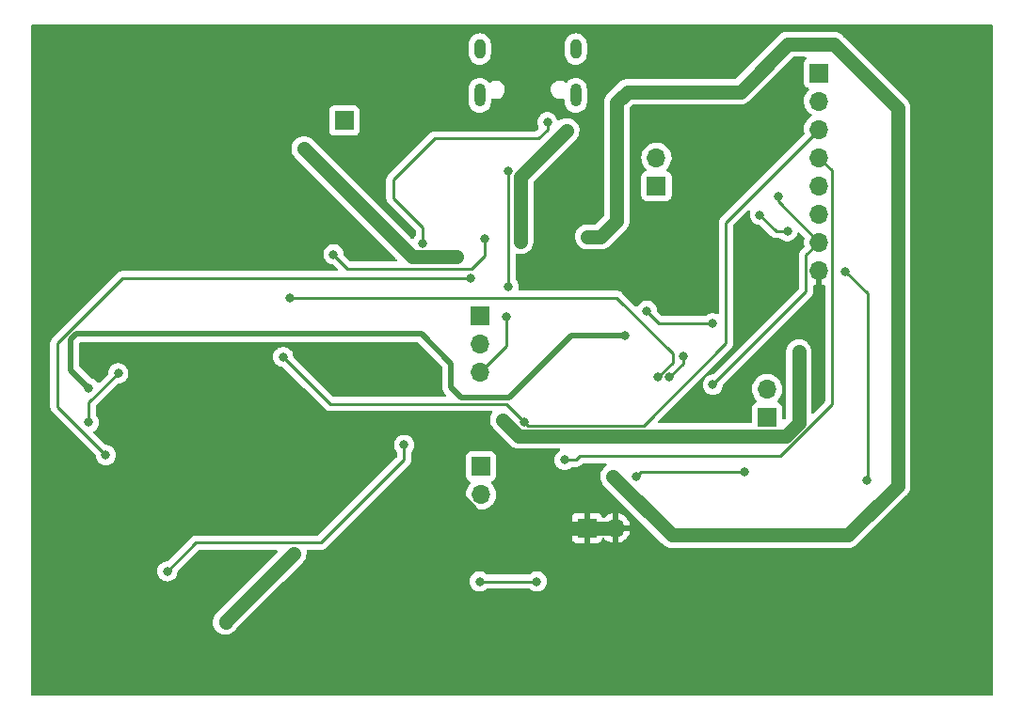
<source format=gbr>
%TF.GenerationSoftware,KiCad,Pcbnew,(6.0.10)*%
%TF.CreationDate,2023-04-05T20:35:31-05:00*%
%TF.ProjectId,445_PD,3434355f-5044-42e6-9b69-6361645f7063,rev?*%
%TF.SameCoordinates,Original*%
%TF.FileFunction,Copper,L2,Bot*%
%TF.FilePolarity,Positive*%
%FSLAX46Y46*%
G04 Gerber Fmt 4.6, Leading zero omitted, Abs format (unit mm)*
G04 Created by KiCad (PCBNEW (6.0.10)) date 2023-04-05 20:35:31*
%MOMM*%
%LPD*%
G01*
G04 APERTURE LIST*
%TA.AperFunction,ComponentPad*%
%ADD10R,1.700000X1.700000*%
%TD*%
%TA.AperFunction,ComponentPad*%
%ADD11O,1.700000X1.700000*%
%TD*%
%TA.AperFunction,ComponentPad*%
%ADD12O,1.000000X1.800000*%
%TD*%
%TA.AperFunction,ComponentPad*%
%ADD13O,1.000000X2.100000*%
%TD*%
%TA.AperFunction,ViaPad*%
%ADD14C,0.800000*%
%TD*%
%TA.AperFunction,Conductor*%
%ADD15C,1.250000*%
%TD*%
%TA.AperFunction,Conductor*%
%ADD16C,0.250000*%
%TD*%
%TA.AperFunction,Conductor*%
%ADD17C,0.500000*%
%TD*%
G04 APERTURE END LIST*
D10*
%TO.P,J8,1,Pin_1*%
%TO.N,/alert*%
X183032400Y-72557400D03*
D11*
%TO.P,J8,2,Pin_2*%
%TO.N,/VSNK_USBC*%
X183032400Y-75097400D03*
%TO.P,J8,3,Pin_3*%
%TO.N,/USBC_SDA*%
X183032400Y-77637400D03*
%TO.P,J8,4,Pin_4*%
%TO.N,/USBC_SCL*%
X183032400Y-80177400D03*
%TO.P,J8,5,Pin_5*%
%TO.N,/GPIO*%
X183032400Y-82717400D03*
%TO.P,J8,6,Pin_6*%
%TO.N,/POWER_OK2*%
X183032400Y-85257400D03*
%TO.P,J8,7,Pin_7*%
%TO.N,/POWER_OK3*%
X183032400Y-87797400D03*
%TO.P,J8,8,Pin_8*%
%TO.N,GND*%
X183032400Y-90337400D03*
%TD*%
D10*
%TO.P,J7,1,Pin_1*%
%TO.N,Net-(C3-Pad1)*%
X152552400Y-94452200D03*
D11*
%TO.P,J7,2,Pin_2*%
%TO.N,Net-(J1-PadA5)*%
X152552400Y-96992200D03*
%TO.P,J7,3,Pin_3*%
%TO.N,Net-(J1-PadB5)*%
X152552400Y-99532200D03*
%TD*%
D10*
%TO.P,J6,1,Pin_1*%
%TO.N,/VSNK_USBC*%
X140309600Y-76860400D03*
%TD*%
%TO.P,J5,1,Pin_1*%
%TO.N,/D+*%
X168402000Y-82758200D03*
D11*
%TO.P,J5,2,Pin_2*%
%TO.N,/D-*%
X168402000Y-80218200D03*
%TD*%
D10*
%TO.P,J4,1,Pin_1*%
%TO.N,GND*%
X162148600Y-113538000D03*
D11*
%TO.P,J4,2,Pin_2*%
X164688600Y-113538000D03*
%TD*%
D10*
%TO.P,J3,1,Pin_1*%
%TO.N,Net-(J3-Pad1)*%
X178358800Y-103586200D03*
D11*
%TO.P,J3,2,Pin_2*%
%TO.N,Net-(J3-Pad2)*%
X178358800Y-101046200D03*
%TD*%
D10*
%TO.P,J2,1,Pin_1*%
%TO.N,Net-(J2-Pad1)*%
X152603200Y-107995800D03*
D11*
%TO.P,J2,2,Pin_2*%
%TO.N,Net-(J2-Pad2)*%
X152603200Y-110535800D03*
%TD*%
D12*
%TO.P,J1,S1,SHIELD*%
%TO.N,unconnected-(J1-PadS1)*%
X161139600Y-70400600D03*
D13*
X152499600Y-74580600D03*
D12*
X152499600Y-70400600D03*
D13*
X161139600Y-74580600D03*
%TD*%
D14*
%TO.N,Net-(R13-Pad1)*%
X164490400Y-108915200D03*
X162204400Y-87325200D03*
%TO.N,/POWER_OK2*%
X187299600Y-109220000D03*
X185420000Y-90424000D03*
X119989600Y-99618800D03*
X117348000Y-104038400D03*
X180187600Y-86817200D03*
X177708950Y-85354550D03*
%TO.N,Net-(J1-PadA5)*%
X158587833Y-76995999D03*
X147370800Y-87878700D03*
%TO.N,/POWER_OK3*%
X179359950Y-83703550D03*
%TO.N,/GPIO*%
X157632400Y-118364000D03*
X152501600Y-118364000D03*
%TO.N,Net-(C3-Pad1)*%
X160338922Y-77760678D03*
X156210000Y-87731600D03*
%TO.N,Net-(Q1-Pad4)*%
X139344400Y-88900000D03*
X152958800Y-87528400D03*
%TO.N,Net-(J1-PadB5)*%
X155092400Y-81381600D03*
X154940000Y-94538800D03*
X155092400Y-91795600D03*
%TO.N,/VDD_USBC*%
X166624000Y-108915200D03*
X176305699Y-108529901D03*
X173431200Y-95097600D03*
X167538400Y-93980000D03*
%TO.N,GND*%
X125069600Y-106629200D03*
%TO.N,Net-(C1-Pad1)*%
X118872000Y-106984800D03*
X151643300Y-91033600D03*
%TO.N,Net-(R6-Pad2)*%
X124409200Y-117449600D03*
X145694400Y-106070400D03*
%TO.N,/USBC_SDA*%
X156542453Y-104036700D03*
%TO.N,Net-(C2-Pad1)*%
X165608000Y-96215200D03*
X117348000Y-100939600D03*
%TO.N,/VDD_USBC*%
X135788400Y-115824000D03*
X129641600Y-122021600D03*
%TO.N,/POWER_OK3*%
X173482000Y-100634800D03*
%TO.N,/GPIO*%
X169583750Y-99966209D03*
X170789600Y-98094800D03*
%TO.N,/USBC_SCL*%
X160145304Y-107414904D03*
%TO.N,/USBC_SDA*%
X134823200Y-98145600D03*
%TO.N,Net-(R10-Pad2)*%
X135432800Y-92811600D03*
X168568460Y-99956900D03*
%TO.N,Net-(R5-Pad1)*%
X181203600Y-97688400D03*
X154584400Y-103835200D03*
%TO.N,Net-(C3-Pad1)*%
X150418800Y-89103200D03*
X136702800Y-79400400D03*
%TD*%
D15*
%TO.N,Net-(R13-Pad1)*%
X185674000Y-114198400D02*
X169773600Y-114198400D01*
X190093600Y-109778800D02*
X185674000Y-114198400D01*
X190093600Y-75742800D02*
X190093600Y-109778800D01*
X180213209Y-69976791D02*
X184327591Y-69976791D01*
X175940453Y-74249547D02*
X180213209Y-69976791D01*
X164846000Y-85852000D02*
X164846000Y-75184000D01*
X163372800Y-87325200D02*
X164846000Y-85852000D01*
X169773600Y-114198400D02*
X164490400Y-108915200D01*
X184327591Y-69976791D02*
X190093600Y-75742800D01*
X162204400Y-87325200D02*
X163372800Y-87325200D01*
X164846000Y-75184000D02*
X165780453Y-74249547D01*
X165780453Y-74249547D02*
X175940453Y-74249547D01*
D16*
%TO.N,/VDD_USBC*%
X167538400Y-93980000D02*
X168656000Y-95097600D01*
X168656000Y-95097600D02*
X173431200Y-95097600D01*
%TO.N,/POWER_OK2*%
X187401200Y-109118400D02*
X187299600Y-109220000D01*
X187401200Y-92405200D02*
X187401200Y-109118400D01*
X185420000Y-90424000D02*
X187401200Y-92405200D01*
X117348000Y-102260400D02*
X117348000Y-104038400D01*
X119989600Y-99618800D02*
X117348000Y-102260400D01*
X179171600Y-86817200D02*
X180187600Y-86817200D01*
X177708950Y-85354550D02*
X179171600Y-86817200D01*
%TO.N,/POWER_OK3*%
X179359950Y-84124950D02*
X183032400Y-87797400D01*
%TO.N,Net-(J1-PadA5)*%
X144729200Y-83820000D02*
X147370800Y-86461600D01*
X147370800Y-86461600D02*
X147370800Y-87878700D01*
X157813629Y-78435200D02*
X148488400Y-78435200D01*
X158587833Y-77660996D02*
X157813629Y-78435200D01*
X158587833Y-76995999D02*
X158587833Y-77660996D01*
X148488400Y-78435200D02*
X144729200Y-82194400D01*
X144729200Y-82194400D02*
X144729200Y-83820000D01*
%TO.N,/POWER_OK3*%
X179359950Y-83703550D02*
X179359950Y-84124950D01*
%TO.N,/GPIO*%
X152501600Y-118364000D02*
X157632400Y-118364000D01*
D15*
%TO.N,Net-(C3-Pad1)*%
X156210000Y-81889600D02*
X160338922Y-77760678D01*
X156210000Y-87731600D02*
X156210000Y-81889600D01*
D16*
%TO.N,Net-(Q1-Pad4)*%
X140614400Y-90170000D02*
X139344400Y-88900000D01*
X152958800Y-89001600D02*
X151790400Y-90170000D01*
X152958800Y-87528400D02*
X152958800Y-89001600D01*
X151790400Y-90170000D02*
X140614400Y-90170000D01*
D15*
%TO.N,GND*%
X162148600Y-113538000D02*
X164688600Y-113538000D01*
D16*
%TO.N,Net-(J1-PadB5)*%
X154940000Y-97144600D02*
X152552400Y-99532200D01*
X154940000Y-94538800D02*
X154940000Y-97144600D01*
X155092400Y-81381600D02*
X155092400Y-91795600D01*
%TO.N,/VDD_USBC*%
X167009299Y-108529901D02*
X166624000Y-108915200D01*
X176305699Y-108529901D02*
X167009299Y-108529901D01*
%TO.N,/USBC_SCL*%
X184207400Y-81352400D02*
X183032400Y-80177400D01*
X179552102Y-107086400D02*
X184207400Y-102431102D01*
X184207400Y-102431102D02*
X184207400Y-81352400D01*
X161502400Y-107086400D02*
X179552102Y-107086400D01*
X161173896Y-107414904D02*
X161502400Y-107086400D01*
X160145304Y-107414904D02*
X161173896Y-107414904D01*
D15*
%TO.N,GND*%
X127304800Y-104394000D02*
X125069600Y-106629200D01*
X142748000Y-104394000D02*
X127304800Y-104394000D01*
X153236592Y-113538000D02*
X149402800Y-109704208D01*
X149402800Y-106426000D02*
X147370800Y-104394000D01*
X149402800Y-109704208D02*
X149402800Y-106426000D01*
X162148600Y-113538000D02*
X153236592Y-113538000D01*
X147370800Y-104394000D02*
X142748000Y-104394000D01*
D16*
%TO.N,Net-(C1-Pad1)*%
X114503200Y-102616000D02*
X118872000Y-106984800D01*
X114503200Y-100990400D02*
X114503200Y-102616000D01*
X151643300Y-91033600D02*
X120395628Y-91033600D01*
X120395628Y-91033600D02*
X114503200Y-96926028D01*
X114503200Y-96926028D02*
X114503200Y-100990400D01*
%TO.N,Net-(R6-Pad2)*%
X126984800Y-114874000D02*
X124409200Y-117449600D01*
X145694400Y-107410381D02*
X138230781Y-114874000D01*
X138230781Y-114874000D02*
X126984800Y-114874000D01*
X145694400Y-106070400D02*
X145694400Y-107410381D01*
%TO.N,/USBC_SDA*%
X139039600Y-102362000D02*
X134823200Y-98145600D01*
X154867753Y-102362000D02*
X139039600Y-102362000D01*
X156542453Y-104036700D02*
X154867753Y-102362000D01*
X174650400Y-86019400D02*
X183032400Y-77637400D01*
X156542453Y-104036700D02*
X156816953Y-104311200D01*
X156816953Y-104311200D02*
X167265600Y-104311200D01*
X167265600Y-104311200D02*
X174650400Y-96926400D01*
X174650400Y-96926400D02*
X174650400Y-86019400D01*
D17*
%TO.N,Net-(C2-Pad1)*%
X160731200Y-96215200D02*
X165608000Y-96215200D01*
X155159400Y-101787000D02*
X160731200Y-96215200D01*
X150809000Y-101787000D02*
X155159400Y-101787000D01*
X149910800Y-100888800D02*
X150809000Y-101787000D01*
X149910800Y-98729078D02*
X149910800Y-100888800D01*
X147244522Y-96062800D02*
X149910800Y-98729078D01*
X116179600Y-96062800D02*
X147244522Y-96062800D01*
X115722400Y-96520000D02*
X116179600Y-96062800D01*
X115722400Y-99314000D02*
X115722400Y-96520000D01*
X117348000Y-100939600D02*
X115722400Y-99314000D01*
D15*
%TO.N,/VDD_USBC*%
X129641600Y-121970800D02*
X135788400Y-115824000D01*
X129641600Y-122021600D02*
X129641600Y-121970800D01*
D16*
%TO.N,/POWER_OK3*%
X181857400Y-92259400D02*
X181857400Y-88972400D01*
X181857400Y-88972400D02*
X183032400Y-87797400D01*
X173482000Y-100634800D02*
X181857400Y-92259400D01*
%TO.N,/GPIO*%
X169583750Y-99966209D02*
X170789600Y-98760359D01*
X170789600Y-98760359D02*
X170789600Y-98094800D01*
%TO.N,Net-(R10-Pad2)*%
X169875200Y-98650160D02*
X169875200Y-97840800D01*
X168568460Y-99956900D02*
X169875200Y-98650160D01*
X169875200Y-97840800D02*
X164846000Y-92811600D01*
X164846000Y-92811600D02*
X135432800Y-92811600D01*
D15*
%TO.N,Net-(R5-Pad1)*%
X181203600Y-104091400D02*
X181203600Y-97688400D01*
X180033800Y-105261200D02*
X181203600Y-104091400D01*
X156010400Y-105261200D02*
X180033800Y-105261200D01*
X154584400Y-103835200D02*
X156010400Y-105261200D01*
%TO.N,Net-(C3-Pad1)*%
X136702800Y-79400400D02*
X146405600Y-89103200D01*
X146405600Y-89103200D02*
X150418800Y-89103200D01*
%TD*%
%TA.AperFunction,Conductor*%
%TO.N,GND*%
G36*
X198620421Y-68194102D02*
G01*
X198666914Y-68247758D01*
X198678300Y-68300100D01*
X198678300Y-128549900D01*
X198658298Y-128618021D01*
X198604642Y-128664514D01*
X198552300Y-128675900D01*
X112292900Y-128675900D01*
X112224779Y-128655898D01*
X112178286Y-128602242D01*
X112166900Y-128549900D01*
X112166900Y-117449600D01*
X123495696Y-117449600D01*
X123496386Y-117456165D01*
X123500772Y-117497891D01*
X123515658Y-117639528D01*
X123574673Y-117821156D01*
X123670160Y-117986544D01*
X123797947Y-118128466D01*
X123952448Y-118240718D01*
X123958476Y-118243402D01*
X123958478Y-118243403D01*
X124120881Y-118315709D01*
X124126912Y-118318394D01*
X124220312Y-118338247D01*
X124307256Y-118356728D01*
X124307261Y-118356728D01*
X124313713Y-118358100D01*
X124504687Y-118358100D01*
X124511139Y-118356728D01*
X124511144Y-118356728D01*
X124598088Y-118338247D01*
X124691488Y-118318394D01*
X124697519Y-118315709D01*
X124859922Y-118243403D01*
X124859924Y-118243402D01*
X124865952Y-118240718D01*
X125020453Y-118128466D01*
X125148240Y-117986544D01*
X125243727Y-117821156D01*
X125302742Y-117639528D01*
X125320107Y-117474306D01*
X125347120Y-117408650D01*
X125356322Y-117398382D01*
X127210299Y-115544405D01*
X127272611Y-115510379D01*
X127299394Y-115507500D01*
X134197699Y-115507500D01*
X134265820Y-115527502D01*
X134312313Y-115581158D01*
X134322417Y-115651432D01*
X134292923Y-115716012D01*
X134286794Y-115722595D01*
X128915309Y-121094080D01*
X128906824Y-121101244D01*
X128907008Y-121101457D01*
X128902472Y-121105372D01*
X128897579Y-121108843D01*
X128893433Y-121113174D01*
X128831995Y-121177353D01*
X128830072Y-121179317D01*
X128801882Y-121207507D01*
X128799973Y-121209819D01*
X128799970Y-121209822D01*
X128796996Y-121213424D01*
X128790861Y-121220321D01*
X128752163Y-121260746D01*
X128752160Y-121260750D01*
X128748010Y-121265085D01*
X128744757Y-121270124D01*
X128744754Y-121270127D01*
X128729340Y-121294000D01*
X128720642Y-121305883D01*
X128698724Y-121332425D01*
X128669006Y-121386819D01*
X128664293Y-121394739D01*
X128633941Y-121441746D01*
X128633939Y-121441750D01*
X128630684Y-121446791D01*
X128617816Y-121478720D01*
X128611528Y-121492022D01*
X128595021Y-121522235D01*
X128593195Y-121527940D01*
X128593194Y-121527942D01*
X128576131Y-121581249D01*
X128572995Y-121589935D01*
X128549834Y-121647404D01*
X128548684Y-121653290D01*
X128548684Y-121653292D01*
X128543237Y-121681185D01*
X128539575Y-121695448D01*
X128529081Y-121728232D01*
X128528366Y-121734181D01*
X128528365Y-121734187D01*
X128521689Y-121789755D01*
X128520253Y-121798875D01*
X128511786Y-121842235D01*
X128508378Y-121859687D01*
X128508100Y-121865371D01*
X128508100Y-121895345D01*
X128507201Y-121910373D01*
X128503284Y-121942980D01*
X128503707Y-121948956D01*
X128503707Y-121948959D01*
X128507785Y-122006551D01*
X128508100Y-122015450D01*
X128508100Y-122075641D01*
X128523487Y-122236915D01*
X128584374Y-122444460D01*
X128587118Y-122449787D01*
X128587118Y-122449788D01*
X128667397Y-122605658D01*
X128683409Y-122636748D01*
X128687113Y-122641463D01*
X128813311Y-122802122D01*
X128813315Y-122802127D01*
X128817017Y-122806839D01*
X128821547Y-122810770D01*
X128821548Y-122810771D01*
X128975848Y-122944667D01*
X128975853Y-122944671D01*
X128980379Y-122948598D01*
X129167599Y-123056907D01*
X129278395Y-123095382D01*
X129366258Y-123125893D01*
X129366260Y-123125894D01*
X129371923Y-123127860D01*
X129377858Y-123128721D01*
X129377860Y-123128721D01*
X129580037Y-123158036D01*
X129580040Y-123158036D01*
X129585977Y-123158897D01*
X129802038Y-123148896D01*
X129937370Y-123116281D01*
X130006477Y-123099626D01*
X130006479Y-123099625D01*
X130012310Y-123098220D01*
X130017768Y-123095738D01*
X130017772Y-123095737D01*
X130136948Y-123041551D01*
X130209206Y-123008697D01*
X130385621Y-122883557D01*
X130535190Y-122727315D01*
X130613743Y-122605658D01*
X130630500Y-122584911D01*
X134851411Y-118364000D01*
X151588096Y-118364000D01*
X151608058Y-118553928D01*
X151667073Y-118735556D01*
X151762560Y-118900944D01*
X151890347Y-119042866D01*
X152044848Y-119155118D01*
X152050876Y-119157802D01*
X152050878Y-119157803D01*
X152213281Y-119230109D01*
X152219312Y-119232794D01*
X152312712Y-119252647D01*
X152399656Y-119271128D01*
X152399661Y-119271128D01*
X152406113Y-119272500D01*
X152597087Y-119272500D01*
X152603539Y-119271128D01*
X152603544Y-119271128D01*
X152690488Y-119252647D01*
X152783888Y-119232794D01*
X152789919Y-119230109D01*
X152952322Y-119157803D01*
X152952324Y-119157802D01*
X152958352Y-119155118D01*
X153112853Y-119042866D01*
X153117268Y-119037963D01*
X153122180Y-119033540D01*
X153123305Y-119034789D01*
X153176614Y-119001949D01*
X153209800Y-118997500D01*
X156924200Y-118997500D01*
X156992321Y-119017502D01*
X157011547Y-119033843D01*
X157011820Y-119033540D01*
X157016732Y-119037963D01*
X157021147Y-119042866D01*
X157175648Y-119155118D01*
X157181676Y-119157802D01*
X157181678Y-119157803D01*
X157344081Y-119230109D01*
X157350112Y-119232794D01*
X157443512Y-119252647D01*
X157530456Y-119271128D01*
X157530461Y-119271128D01*
X157536913Y-119272500D01*
X157727887Y-119272500D01*
X157734339Y-119271128D01*
X157734344Y-119271128D01*
X157821288Y-119252647D01*
X157914688Y-119232794D01*
X157920719Y-119230109D01*
X158083122Y-119157803D01*
X158083124Y-119157802D01*
X158089152Y-119155118D01*
X158243653Y-119042866D01*
X158371440Y-118900944D01*
X158466927Y-118735556D01*
X158525942Y-118553928D01*
X158545904Y-118364000D01*
X158541111Y-118318394D01*
X158526632Y-118180635D01*
X158526632Y-118180633D01*
X158525942Y-118174072D01*
X158466927Y-117992444D01*
X158371440Y-117827056D01*
X158243653Y-117685134D01*
X158089152Y-117572882D01*
X158083124Y-117570198D01*
X158083122Y-117570197D01*
X157920719Y-117497891D01*
X157920718Y-117497891D01*
X157914688Y-117495206D01*
X157821287Y-117475353D01*
X157734344Y-117456872D01*
X157734339Y-117456872D01*
X157727887Y-117455500D01*
X157536913Y-117455500D01*
X157530461Y-117456872D01*
X157530456Y-117456872D01*
X157443513Y-117475353D01*
X157350112Y-117495206D01*
X157344082Y-117497891D01*
X157344081Y-117497891D01*
X157181678Y-117570197D01*
X157181676Y-117570198D01*
X157175648Y-117572882D01*
X157021147Y-117685134D01*
X157016732Y-117690037D01*
X157011820Y-117694460D01*
X157010695Y-117693211D01*
X156957386Y-117726051D01*
X156924200Y-117730500D01*
X153209800Y-117730500D01*
X153141679Y-117710498D01*
X153122453Y-117694157D01*
X153122180Y-117694460D01*
X153117268Y-117690037D01*
X153112853Y-117685134D01*
X152958352Y-117572882D01*
X152952324Y-117570198D01*
X152952322Y-117570197D01*
X152789919Y-117497891D01*
X152789918Y-117497891D01*
X152783888Y-117495206D01*
X152690487Y-117475353D01*
X152603544Y-117456872D01*
X152603539Y-117456872D01*
X152597087Y-117455500D01*
X152406113Y-117455500D01*
X152399661Y-117456872D01*
X152399656Y-117456872D01*
X152312713Y-117475353D01*
X152219312Y-117495206D01*
X152213282Y-117497891D01*
X152213281Y-117497891D01*
X152050878Y-117570197D01*
X152050876Y-117570198D01*
X152044848Y-117572882D01*
X151890347Y-117685134D01*
X151762560Y-117827056D01*
X151667073Y-117992444D01*
X151608058Y-118174072D01*
X151607368Y-118180633D01*
X151607368Y-118180635D01*
X151592889Y-118318394D01*
X151588096Y-118364000D01*
X134851411Y-118364000D01*
X136628118Y-116587293D01*
X136630015Y-116584995D01*
X136630023Y-116584987D01*
X136727457Y-116466999D01*
X136731276Y-116462375D01*
X136834979Y-116272564D01*
X136900919Y-116066568D01*
X136926716Y-115851820D01*
X136911888Y-115642398D01*
X136927029Y-115573036D01*
X136977266Y-115522869D01*
X137037573Y-115507500D01*
X138152014Y-115507500D01*
X138163197Y-115508027D01*
X138170690Y-115509702D01*
X138178616Y-115509453D01*
X138178617Y-115509453D01*
X138238767Y-115507562D01*
X138242726Y-115507500D01*
X138270637Y-115507500D01*
X138274572Y-115507003D01*
X138274637Y-115506995D01*
X138286474Y-115506062D01*
X138318732Y-115505048D01*
X138322751Y-115504922D01*
X138330670Y-115504673D01*
X138350124Y-115499021D01*
X138369481Y-115495013D01*
X138381711Y-115493468D01*
X138381712Y-115493468D01*
X138389578Y-115492474D01*
X138396949Y-115489555D01*
X138396951Y-115489555D01*
X138430693Y-115476196D01*
X138441923Y-115472351D01*
X138476764Y-115462229D01*
X138476765Y-115462229D01*
X138484374Y-115460018D01*
X138491193Y-115455985D01*
X138491198Y-115455983D01*
X138501809Y-115449707D01*
X138519557Y-115441012D01*
X138538398Y-115433552D01*
X138574168Y-115407564D01*
X138584088Y-115401048D01*
X138615316Y-115382580D01*
X138615319Y-115382578D01*
X138622143Y-115378542D01*
X138636464Y-115364221D01*
X138651498Y-115351380D01*
X138661475Y-115344131D01*
X138667888Y-115339472D01*
X138696079Y-115305395D01*
X138704069Y-115296616D01*
X139568016Y-114432669D01*
X160790601Y-114432669D01*
X160790971Y-114439490D01*
X160796495Y-114490352D01*
X160800121Y-114505604D01*
X160845276Y-114626054D01*
X160853814Y-114641649D01*
X160930315Y-114743724D01*
X160942876Y-114756285D01*
X161044951Y-114832786D01*
X161060546Y-114841324D01*
X161180994Y-114886478D01*
X161196249Y-114890105D01*
X161247114Y-114895631D01*
X161253928Y-114896000D01*
X161876485Y-114896000D01*
X161891724Y-114891525D01*
X161892929Y-114890135D01*
X161894600Y-114882452D01*
X161894600Y-114877884D01*
X162402600Y-114877884D01*
X162407075Y-114893123D01*
X162408465Y-114894328D01*
X162416148Y-114895999D01*
X163043269Y-114895999D01*
X163050090Y-114895629D01*
X163100952Y-114890105D01*
X163116204Y-114886479D01*
X163236654Y-114841324D01*
X163252249Y-114832786D01*
X163354324Y-114756285D01*
X163366885Y-114743724D01*
X163443386Y-114641649D01*
X163451925Y-114626052D01*
X163493025Y-114516418D01*
X163535666Y-114459653D01*
X163602228Y-114434953D01*
X163671577Y-114450160D01*
X163706245Y-114478150D01*
X163731819Y-114507674D01*
X163739180Y-114514883D01*
X163903034Y-114650916D01*
X163911481Y-114656831D01*
X164095356Y-114764279D01*
X164104642Y-114768729D01*
X164303601Y-114844703D01*
X164313499Y-114847579D01*
X164416850Y-114868606D01*
X164430899Y-114867410D01*
X164434600Y-114857065D01*
X164434600Y-114856517D01*
X164942600Y-114856517D01*
X164946664Y-114870359D01*
X164960078Y-114872393D01*
X164966784Y-114871534D01*
X164976862Y-114869392D01*
X165180855Y-114808191D01*
X165190442Y-114804433D01*
X165381695Y-114710739D01*
X165390545Y-114705464D01*
X165563928Y-114581792D01*
X165571800Y-114575139D01*
X165722652Y-114424812D01*
X165729330Y-114416965D01*
X165853603Y-114244020D01*
X165858913Y-114235183D01*
X165953270Y-114044267D01*
X165957069Y-114034672D01*
X166018977Y-113830910D01*
X166021155Y-113820837D01*
X166022586Y-113809962D01*
X166020375Y-113795778D01*
X166007217Y-113792000D01*
X164960715Y-113792000D01*
X164945476Y-113796475D01*
X164944271Y-113797865D01*
X164942600Y-113805548D01*
X164942600Y-114856517D01*
X164434600Y-114856517D01*
X164434600Y-113810115D01*
X164430125Y-113794876D01*
X164428735Y-113793671D01*
X164421052Y-113792000D01*
X162420715Y-113792000D01*
X162405476Y-113796475D01*
X162404271Y-113797865D01*
X162402600Y-113805548D01*
X162402600Y-114877884D01*
X161894600Y-114877884D01*
X161894600Y-113810115D01*
X161890125Y-113794876D01*
X161888735Y-113793671D01*
X161881052Y-113792000D01*
X160808716Y-113792000D01*
X160793477Y-113796475D01*
X160792272Y-113797865D01*
X160790601Y-113805548D01*
X160790601Y-114432669D01*
X139568016Y-114432669D01*
X140734800Y-113265885D01*
X160790600Y-113265885D01*
X160795075Y-113281124D01*
X160796465Y-113282329D01*
X160804148Y-113284000D01*
X161876485Y-113284000D01*
X161891724Y-113279525D01*
X161892929Y-113278135D01*
X161894600Y-113270452D01*
X161894600Y-113265885D01*
X162402600Y-113265885D01*
X162407075Y-113281124D01*
X162408465Y-113282329D01*
X162416148Y-113284000D01*
X164416485Y-113284000D01*
X164431724Y-113279525D01*
X164432929Y-113278135D01*
X164434600Y-113270452D01*
X164434600Y-113265885D01*
X164942600Y-113265885D01*
X164947075Y-113281124D01*
X164948465Y-113282329D01*
X164956148Y-113284000D01*
X166006944Y-113284000D01*
X166020475Y-113280027D01*
X166021780Y-113270947D01*
X165979814Y-113103875D01*
X165976494Y-113094124D01*
X165891572Y-112898814D01*
X165886705Y-112889739D01*
X165771026Y-112710926D01*
X165764736Y-112702757D01*
X165621406Y-112545240D01*
X165613873Y-112538215D01*
X165446739Y-112406222D01*
X165438152Y-112400517D01*
X165251717Y-112297599D01*
X165242305Y-112293369D01*
X165041559Y-112222280D01*
X165031588Y-112219646D01*
X164960437Y-112206972D01*
X164947140Y-112208432D01*
X164942600Y-112222989D01*
X164942600Y-113265885D01*
X164434600Y-113265885D01*
X164434600Y-112221102D01*
X164430682Y-112207758D01*
X164416406Y-112205771D01*
X164377924Y-112211660D01*
X164367888Y-112214051D01*
X164165468Y-112280212D01*
X164155959Y-112284209D01*
X163967063Y-112382542D01*
X163958338Y-112388036D01*
X163788033Y-112515905D01*
X163780326Y-112522748D01*
X163702694Y-112603985D01*
X163641170Y-112639415D01*
X163570257Y-112635958D01*
X163512471Y-112594712D01*
X163493618Y-112561164D01*
X163451924Y-112449946D01*
X163443386Y-112434351D01*
X163366885Y-112332276D01*
X163354324Y-112319715D01*
X163252249Y-112243214D01*
X163236654Y-112234676D01*
X163116206Y-112189522D01*
X163100951Y-112185895D01*
X163050086Y-112180369D01*
X163043272Y-112180000D01*
X162420715Y-112180000D01*
X162405476Y-112184475D01*
X162404271Y-112185865D01*
X162402600Y-112193548D01*
X162402600Y-113265885D01*
X161894600Y-113265885D01*
X161894600Y-112198116D01*
X161890125Y-112182877D01*
X161888735Y-112181672D01*
X161881052Y-112180001D01*
X161253931Y-112180001D01*
X161247110Y-112180371D01*
X161196248Y-112185895D01*
X161180996Y-112189521D01*
X161060546Y-112234676D01*
X161044951Y-112243214D01*
X160942876Y-112319715D01*
X160930315Y-112332276D01*
X160853814Y-112434351D01*
X160845276Y-112449946D01*
X160800122Y-112570394D01*
X160796495Y-112585649D01*
X160790969Y-112636514D01*
X160790600Y-112643328D01*
X160790600Y-113265885D01*
X140734800Y-113265885D01*
X143498190Y-110502495D01*
X151240451Y-110502495D01*
X151240748Y-110507648D01*
X151240748Y-110507651D01*
X151246211Y-110602390D01*
X151253310Y-110725515D01*
X151254447Y-110730561D01*
X151254448Y-110730567D01*
X151274319Y-110818739D01*
X151302422Y-110943439D01*
X151386466Y-111150416D01*
X151503187Y-111340888D01*
X151649450Y-111509738D01*
X151821326Y-111652432D01*
X152014200Y-111765138D01*
X152222892Y-111844830D01*
X152227960Y-111845861D01*
X152227963Y-111845862D01*
X152335217Y-111867683D01*
X152441797Y-111889367D01*
X152446972Y-111889557D01*
X152446974Y-111889557D01*
X152659873Y-111897364D01*
X152659877Y-111897364D01*
X152665037Y-111897553D01*
X152670157Y-111896897D01*
X152670159Y-111896897D01*
X152881488Y-111869825D01*
X152881489Y-111869825D01*
X152886616Y-111869168D01*
X152891566Y-111867683D01*
X153095629Y-111806461D01*
X153095634Y-111806459D01*
X153100584Y-111804974D01*
X153301194Y-111706696D01*
X153483060Y-111576973D01*
X153641296Y-111419289D01*
X153700794Y-111336489D01*
X153768635Y-111242077D01*
X153771653Y-111237877D01*
X153870630Y-111037611D01*
X153935570Y-110823869D01*
X153964729Y-110602390D01*
X153964811Y-110599040D01*
X153966274Y-110539165D01*
X153966274Y-110539161D01*
X153966356Y-110535800D01*
X153948052Y-110313161D01*
X153893631Y-110096502D01*
X153804554Y-109891640D01*
X153723771Y-109766768D01*
X153686022Y-109708417D01*
X153686020Y-109708414D01*
X153683214Y-109704077D01*
X153679732Y-109700250D01*
X153535998Y-109542288D01*
X153504946Y-109478442D01*
X153513341Y-109407943D01*
X153558517Y-109353175D01*
X153584961Y-109339506D01*
X153691497Y-109299567D01*
X153699905Y-109296415D01*
X153816461Y-109209061D01*
X153903815Y-109092505D01*
X153954945Y-108956116D01*
X153961700Y-108893934D01*
X153961700Y-107097666D01*
X153954945Y-107035484D01*
X153903815Y-106899095D01*
X153816461Y-106782539D01*
X153699905Y-106695185D01*
X153563516Y-106644055D01*
X153501334Y-106637300D01*
X151705066Y-106637300D01*
X151642884Y-106644055D01*
X151506495Y-106695185D01*
X151389939Y-106782539D01*
X151302585Y-106899095D01*
X151251455Y-107035484D01*
X151244700Y-107097666D01*
X151244700Y-108893934D01*
X151251455Y-108956116D01*
X151302585Y-109092505D01*
X151389939Y-109209061D01*
X151506495Y-109296415D01*
X151514904Y-109299567D01*
X151514905Y-109299568D01*
X151623651Y-109340335D01*
X151680416Y-109382976D01*
X151705116Y-109449538D01*
X151689909Y-109518887D01*
X151670516Y-109545368D01*
X151543829Y-109677938D01*
X151540915Y-109682210D01*
X151540914Y-109682211D01*
X151486587Y-109761852D01*
X151417943Y-109862480D01*
X151403680Y-109893207D01*
X151328975Y-110054147D01*
X151323888Y-110065105D01*
X151264189Y-110280370D01*
X151240451Y-110502495D01*
X143498190Y-110502495D01*
X146086647Y-107914038D01*
X146094937Y-107906494D01*
X146101418Y-107902381D01*
X146148059Y-107852713D01*
X146150813Y-107849872D01*
X146170534Y-107830151D01*
X146173012Y-107826956D01*
X146180718Y-107817934D01*
X146183175Y-107815318D01*
X146210986Y-107785702D01*
X146220746Y-107767949D01*
X146231599Y-107751426D01*
X146239153Y-107741687D01*
X146244013Y-107735422D01*
X146261576Y-107694838D01*
X146266783Y-107684208D01*
X146288095Y-107645441D01*
X146290066Y-107637764D01*
X146290068Y-107637759D01*
X146293132Y-107625823D01*
X146299538Y-107607111D01*
X146300525Y-107604832D01*
X146307581Y-107588526D01*
X146308821Y-107580698D01*
X146308823Y-107580691D01*
X146314499Y-107544857D01*
X146316905Y-107533237D01*
X146325928Y-107498092D01*
X146325928Y-107498091D01*
X146327900Y-107490411D01*
X146327900Y-107470157D01*
X146329451Y-107450446D01*
X146331380Y-107438267D01*
X146332620Y-107430438D01*
X146328459Y-107386419D01*
X146327900Y-107374562D01*
X146327900Y-106772924D01*
X146347902Y-106704803D01*
X146360258Y-106688621D01*
X146433440Y-106607344D01*
X146522219Y-106453574D01*
X146525623Y-106447679D01*
X146525624Y-106447678D01*
X146528927Y-106441956D01*
X146587942Y-106260328D01*
X146590236Y-106238507D01*
X146607214Y-106076965D01*
X146607904Y-106070400D01*
X146601489Y-106009367D01*
X146588632Y-105887035D01*
X146588632Y-105887033D01*
X146587942Y-105880472D01*
X146528927Y-105698844D01*
X146433440Y-105533456D01*
X146305653Y-105391534D01*
X146151152Y-105279282D01*
X146145124Y-105276598D01*
X146145122Y-105276597D01*
X145982719Y-105204291D01*
X145982718Y-105204291D01*
X145976688Y-105201606D01*
X145883287Y-105181753D01*
X145796344Y-105163272D01*
X145796339Y-105163272D01*
X145789887Y-105161900D01*
X145598913Y-105161900D01*
X145592461Y-105163272D01*
X145592456Y-105163272D01*
X145505513Y-105181753D01*
X145412112Y-105201606D01*
X145406082Y-105204291D01*
X145406081Y-105204291D01*
X145243678Y-105276597D01*
X145243676Y-105276598D01*
X145237648Y-105279282D01*
X145083147Y-105391534D01*
X144955360Y-105533456D01*
X144859873Y-105698844D01*
X144800858Y-105880472D01*
X144800168Y-105887033D01*
X144800168Y-105887035D01*
X144787311Y-106009367D01*
X144780896Y-106070400D01*
X144781586Y-106076965D01*
X144798565Y-106238507D01*
X144800858Y-106260328D01*
X144859873Y-106441956D01*
X144863176Y-106447678D01*
X144863177Y-106447679D01*
X144866581Y-106453574D01*
X144955360Y-106607344D01*
X145028537Y-106688615D01*
X145059253Y-106752621D01*
X145060900Y-106772924D01*
X145060900Y-107095786D01*
X145040898Y-107163907D01*
X145023995Y-107184881D01*
X138005281Y-114203595D01*
X137942969Y-114237621D01*
X137916186Y-114240500D01*
X127063563Y-114240500D01*
X127052379Y-114239973D01*
X127044891Y-114238299D01*
X127036968Y-114238548D01*
X126976833Y-114240438D01*
X126972875Y-114240500D01*
X126944944Y-114240500D01*
X126941029Y-114240995D01*
X126941025Y-114240995D01*
X126940967Y-114241003D01*
X126940938Y-114241006D01*
X126929096Y-114241939D01*
X126884910Y-114243327D01*
X126867544Y-114248372D01*
X126865458Y-114248978D01*
X126846106Y-114252986D01*
X126833868Y-114254532D01*
X126833866Y-114254533D01*
X126826003Y-114255526D01*
X126784886Y-114271806D01*
X126773685Y-114275641D01*
X126731206Y-114287982D01*
X126724387Y-114292015D01*
X126724382Y-114292017D01*
X126713771Y-114298293D01*
X126696021Y-114306990D01*
X126677183Y-114314448D01*
X126670767Y-114319109D01*
X126670766Y-114319110D01*
X126641425Y-114340428D01*
X126631501Y-114346947D01*
X126600260Y-114365422D01*
X126600255Y-114365426D01*
X126593437Y-114369458D01*
X126579113Y-114383782D01*
X126564081Y-114396621D01*
X126547693Y-114408528D01*
X126522079Y-114439490D01*
X126519512Y-114442593D01*
X126511522Y-114451373D01*
X124458700Y-116504195D01*
X124396388Y-116538221D01*
X124369605Y-116541100D01*
X124313713Y-116541100D01*
X124307261Y-116542472D01*
X124307256Y-116542472D01*
X124220312Y-116560953D01*
X124126912Y-116580806D01*
X124120882Y-116583491D01*
X124120881Y-116583491D01*
X123958478Y-116655797D01*
X123958476Y-116655798D01*
X123952448Y-116658482D01*
X123797947Y-116770734D01*
X123670160Y-116912656D01*
X123574673Y-117078044D01*
X123515658Y-117259672D01*
X123495696Y-117449600D01*
X112166900Y-117449600D01*
X112166900Y-96905971D01*
X113864980Y-96905971D01*
X113865726Y-96913863D01*
X113869141Y-96949989D01*
X113869700Y-96961847D01*
X113869700Y-102537233D01*
X113869173Y-102548416D01*
X113867498Y-102555909D01*
X113867747Y-102563835D01*
X113867747Y-102563836D01*
X113869638Y-102623986D01*
X113869700Y-102627945D01*
X113869700Y-102655856D01*
X113870197Y-102659790D01*
X113870197Y-102659791D01*
X113870205Y-102659856D01*
X113871138Y-102671693D01*
X113872527Y-102715889D01*
X113878178Y-102735339D01*
X113882187Y-102754700D01*
X113882920Y-102760498D01*
X113884726Y-102774797D01*
X113887645Y-102782168D01*
X113887645Y-102782170D01*
X113901004Y-102815912D01*
X113904849Y-102827142D01*
X113917182Y-102869593D01*
X113921215Y-102876412D01*
X113921217Y-102876417D01*
X113927493Y-102887028D01*
X113936188Y-102904776D01*
X113943648Y-102923617D01*
X113948310Y-102930033D01*
X113948310Y-102930034D01*
X113969636Y-102959387D01*
X113976152Y-102969307D01*
X113993701Y-102998980D01*
X113998658Y-103007362D01*
X114012979Y-103021683D01*
X114025819Y-103036716D01*
X114037728Y-103053107D01*
X114043834Y-103058158D01*
X114071805Y-103081298D01*
X114080584Y-103089288D01*
X117924878Y-106933582D01*
X117958904Y-106995894D01*
X117961092Y-107009503D01*
X117963823Y-107035484D01*
X117977321Y-107163907D01*
X117978458Y-107174728D01*
X118037473Y-107356356D01*
X118132960Y-107521744D01*
X118137378Y-107526651D01*
X118137379Y-107526652D01*
X118244337Y-107645441D01*
X118260747Y-107663666D01*
X118338916Y-107720459D01*
X118404280Y-107767949D01*
X118415248Y-107775918D01*
X118421276Y-107778602D01*
X118421278Y-107778603D01*
X118577053Y-107847958D01*
X118589712Y-107853594D01*
X118683112Y-107873447D01*
X118770056Y-107891928D01*
X118770061Y-107891928D01*
X118776513Y-107893300D01*
X118967487Y-107893300D01*
X118973939Y-107891928D01*
X118973944Y-107891928D01*
X119060887Y-107873447D01*
X119154288Y-107853594D01*
X119166947Y-107847958D01*
X119322722Y-107778603D01*
X119322724Y-107778602D01*
X119328752Y-107775918D01*
X119339721Y-107767949D01*
X119405084Y-107720459D01*
X119483253Y-107663666D01*
X119499663Y-107645441D01*
X119606621Y-107526652D01*
X119606622Y-107526651D01*
X119611040Y-107521744D01*
X119706527Y-107356356D01*
X119765542Y-107174728D01*
X119766680Y-107163907D01*
X119784814Y-106991365D01*
X119785504Y-106984800D01*
X119765542Y-106794872D01*
X119706527Y-106613244D01*
X119611040Y-106447856D01*
X119562146Y-106393553D01*
X119487675Y-106310845D01*
X119487674Y-106310844D01*
X119483253Y-106305934D01*
X119328752Y-106193682D01*
X119322724Y-106190998D01*
X119322722Y-106190997D01*
X119160319Y-106118691D01*
X119160318Y-106118691D01*
X119154288Y-106116006D01*
X119060888Y-106096153D01*
X118973944Y-106077672D01*
X118973939Y-106077672D01*
X118967487Y-106076300D01*
X118911595Y-106076300D01*
X118843474Y-106056298D01*
X118822500Y-106039395D01*
X117797790Y-105014685D01*
X117763764Y-104952373D01*
X117768829Y-104881558D01*
X117812824Y-104823654D01*
X117902622Y-104758411D01*
X117959253Y-104717266D01*
X118087040Y-104575344D01*
X118182527Y-104409956D01*
X118241542Y-104228328D01*
X118246675Y-104179495D01*
X118260814Y-104044965D01*
X118261504Y-104038400D01*
X118253479Y-103962050D01*
X118242232Y-103855035D01*
X118242232Y-103855033D01*
X118241542Y-103848472D01*
X118182527Y-103666844D01*
X118087040Y-103501456D01*
X118013863Y-103420185D01*
X117983147Y-103356179D01*
X117981500Y-103335876D01*
X117981500Y-102574994D01*
X118001502Y-102506873D01*
X118018405Y-102485899D01*
X119940099Y-100564205D01*
X120002411Y-100530179D01*
X120029194Y-100527300D01*
X120085087Y-100527300D01*
X120091539Y-100525928D01*
X120091544Y-100525928D01*
X120184646Y-100506138D01*
X120271888Y-100487594D01*
X120277919Y-100484909D01*
X120440322Y-100412603D01*
X120440324Y-100412602D01*
X120446352Y-100409918D01*
X120456348Y-100402656D01*
X120503220Y-100368601D01*
X120600853Y-100297666D01*
X120728640Y-100155744D01*
X120803066Y-100026835D01*
X120820823Y-99996079D01*
X120820824Y-99996078D01*
X120824127Y-99990356D01*
X120883142Y-99808728D01*
X120883943Y-99801112D01*
X120902414Y-99625365D01*
X120903104Y-99618800D01*
X120883142Y-99428872D01*
X120824127Y-99247244D01*
X120728640Y-99081856D01*
X120703649Y-99054100D01*
X120605275Y-98944845D01*
X120605274Y-98944844D01*
X120600853Y-98939934D01*
X120463842Y-98840389D01*
X120451694Y-98831563D01*
X120451693Y-98831562D01*
X120446352Y-98827682D01*
X120440324Y-98824998D01*
X120440322Y-98824997D01*
X120277919Y-98752691D01*
X120277918Y-98752691D01*
X120271888Y-98750006D01*
X120178487Y-98730153D01*
X120091544Y-98711672D01*
X120091539Y-98711672D01*
X120085087Y-98710300D01*
X119894113Y-98710300D01*
X119887661Y-98711672D01*
X119887656Y-98711672D01*
X119800713Y-98730153D01*
X119707312Y-98750006D01*
X119701282Y-98752691D01*
X119701281Y-98752691D01*
X119538878Y-98824997D01*
X119538876Y-98824998D01*
X119532848Y-98827682D01*
X119527507Y-98831562D01*
X119527506Y-98831563D01*
X119515358Y-98840389D01*
X119378347Y-98939934D01*
X119373926Y-98944844D01*
X119373925Y-98944845D01*
X119275552Y-99054100D01*
X119250560Y-99081856D01*
X119155073Y-99247244D01*
X119096058Y-99428872D01*
X119095368Y-99435433D01*
X119095368Y-99435435D01*
X119078693Y-99594092D01*
X119051680Y-99659749D01*
X119042478Y-99670018D01*
X118284618Y-100427877D01*
X118222306Y-100461902D01*
X118151490Y-100456837D01*
X118093587Y-100412842D01*
X118090343Y-100408377D01*
X118087040Y-100402656D01*
X117959253Y-100260734D01*
X117815288Y-100156137D01*
X117810094Y-100152363D01*
X117810093Y-100152362D01*
X117804752Y-100148482D01*
X117798724Y-100145798D01*
X117798722Y-100145797D01*
X117636319Y-100073491D01*
X117636318Y-100073491D01*
X117630288Y-100070806D01*
X117623833Y-100069434D01*
X117623824Y-100069431D01*
X117567228Y-100057401D01*
X117504331Y-100023250D01*
X116517805Y-99036724D01*
X116483779Y-98974412D01*
X116480900Y-98947629D01*
X116480900Y-96947300D01*
X116500902Y-96879179D01*
X116554558Y-96832686D01*
X116606900Y-96821300D01*
X146878151Y-96821300D01*
X146946272Y-96841302D01*
X146967246Y-96858205D01*
X149115395Y-99006354D01*
X149149421Y-99068666D01*
X149152300Y-99095449D01*
X149152300Y-100821730D01*
X149150867Y-100840680D01*
X149147601Y-100862149D01*
X149148194Y-100869441D01*
X149148194Y-100869444D01*
X149151885Y-100914818D01*
X149152300Y-100925033D01*
X149152300Y-100933093D01*
X149152725Y-100936737D01*
X149155589Y-100961307D01*
X149156022Y-100965682D01*
X149161132Y-101028500D01*
X149161940Y-101038437D01*
X149164196Y-101045401D01*
X149165387Y-101051360D01*
X149166771Y-101057215D01*
X149167618Y-101064481D01*
X149192535Y-101133127D01*
X149193952Y-101137255D01*
X149203273Y-101166026D01*
X149216449Y-101206699D01*
X149220245Y-101212954D01*
X149222751Y-101218428D01*
X149225470Y-101223858D01*
X149227967Y-101230737D01*
X149231980Y-101236857D01*
X149231980Y-101236858D01*
X149267986Y-101291776D01*
X149270323Y-101295480D01*
X149308205Y-101357907D01*
X149311921Y-101362115D01*
X149311922Y-101362116D01*
X149315603Y-101366284D01*
X149315576Y-101366308D01*
X149318229Y-101369300D01*
X149320932Y-101372533D01*
X149324944Y-101378652D01*
X149330256Y-101383684D01*
X149381183Y-101431928D01*
X149383625Y-101434306D01*
X149462724Y-101513405D01*
X149496750Y-101575717D01*
X149491685Y-101646532D01*
X149449138Y-101703368D01*
X149382618Y-101728179D01*
X149373629Y-101728500D01*
X139354194Y-101728500D01*
X139286073Y-101708498D01*
X139265099Y-101691595D01*
X137518130Y-99944625D01*
X135770322Y-98196817D01*
X135736296Y-98134505D01*
X135734107Y-98120892D01*
X135732840Y-98108832D01*
X135716742Y-97955672D01*
X135657727Y-97774044D01*
X135562240Y-97608656D01*
X135537981Y-97581713D01*
X135438875Y-97471645D01*
X135438874Y-97471644D01*
X135434453Y-97466734D01*
X135324165Y-97386605D01*
X135285294Y-97358363D01*
X135285293Y-97358362D01*
X135279952Y-97354482D01*
X135273924Y-97351798D01*
X135273922Y-97351797D01*
X135111519Y-97279491D01*
X135111518Y-97279491D01*
X135105488Y-97276806D01*
X134986156Y-97251441D01*
X134925144Y-97238472D01*
X134925139Y-97238472D01*
X134918687Y-97237100D01*
X134727713Y-97237100D01*
X134721261Y-97238472D01*
X134721256Y-97238472D01*
X134660244Y-97251441D01*
X134540912Y-97276806D01*
X134534882Y-97279491D01*
X134534881Y-97279491D01*
X134372478Y-97351797D01*
X134372476Y-97351798D01*
X134366448Y-97354482D01*
X134361107Y-97358362D01*
X134361106Y-97358363D01*
X134322235Y-97386605D01*
X134211947Y-97466734D01*
X134207526Y-97471644D01*
X134207525Y-97471645D01*
X134108420Y-97581713D01*
X134084160Y-97608656D01*
X133988673Y-97774044D01*
X133929658Y-97955672D01*
X133909696Y-98145600D01*
X133910386Y-98152165D01*
X133924979Y-98291006D01*
X133929658Y-98335528D01*
X133988673Y-98517156D01*
X134084160Y-98682544D01*
X134088578Y-98687451D01*
X134088579Y-98687452D01*
X134186449Y-98796148D01*
X134211947Y-98824466D01*
X134366448Y-98936718D01*
X134372476Y-98939402D01*
X134372478Y-98939403D01*
X134534881Y-99011709D01*
X134540912Y-99014394D01*
X134634312Y-99034247D01*
X134721256Y-99052728D01*
X134721261Y-99052728D01*
X134727713Y-99054100D01*
X134783606Y-99054100D01*
X134851727Y-99074102D01*
X134872701Y-99091005D01*
X136706728Y-100925033D01*
X138535948Y-102754253D01*
X138543488Y-102762539D01*
X138547600Y-102769018D01*
X138553377Y-102774443D01*
X138597251Y-102815643D01*
X138600093Y-102818398D01*
X138619830Y-102838135D01*
X138623027Y-102840615D01*
X138632047Y-102848318D01*
X138664279Y-102878586D01*
X138671225Y-102882405D01*
X138671228Y-102882407D01*
X138682034Y-102888348D01*
X138698553Y-102899199D01*
X138714559Y-102911614D01*
X138721828Y-102914759D01*
X138721832Y-102914762D01*
X138755137Y-102929174D01*
X138765787Y-102934391D01*
X138804540Y-102955695D01*
X138812215Y-102957666D01*
X138812216Y-102957666D01*
X138824162Y-102960733D01*
X138842867Y-102967137D01*
X138861455Y-102975181D01*
X138869278Y-102976420D01*
X138869288Y-102976423D01*
X138905124Y-102982099D01*
X138916744Y-102984505D01*
X138951889Y-102993528D01*
X138959570Y-102995500D01*
X138979824Y-102995500D01*
X138999534Y-102997051D01*
X139019543Y-103000220D01*
X139027435Y-102999474D01*
X139063561Y-102996059D01*
X139075419Y-102995500D01*
X153544503Y-102995500D01*
X153612624Y-103015502D01*
X153659117Y-103069158D01*
X153669221Y-103139432D01*
X153651993Y-103187240D01*
X153560983Y-103336046D01*
X153485059Y-103538575D01*
X153484053Y-103544492D01*
X153464618Y-103658794D01*
X153448802Y-103751807D01*
X153448933Y-103757808D01*
X153450912Y-103848472D01*
X153453521Y-103968048D01*
X153454783Y-103973908D01*
X153454783Y-103973911D01*
X153456905Y-103983768D01*
X153499044Y-104179495D01*
X153583729Y-104378520D01*
X153587076Y-104383491D01*
X153587079Y-104383497D01*
X153685554Y-104529766D01*
X153704522Y-104557940D01*
X153708345Y-104562156D01*
X155133680Y-105987491D01*
X155140844Y-105995976D01*
X155141057Y-105995792D01*
X155144972Y-106000328D01*
X155148443Y-106005221D01*
X155152774Y-106009367D01*
X155216953Y-106070805D01*
X155218917Y-106072728D01*
X155247108Y-106100919D01*
X155249420Y-106102828D01*
X155249423Y-106102831D01*
X155253025Y-106105805D01*
X155259922Y-106111940D01*
X155300346Y-106150637D01*
X155300350Y-106150640D01*
X155304685Y-106154790D01*
X155333597Y-106173458D01*
X155345481Y-106182155D01*
X155372026Y-106204076D01*
X155426405Y-106233786D01*
X155434324Y-106238497D01*
X155486391Y-106272116D01*
X155518328Y-106284987D01*
X155531624Y-106291273D01*
X155561836Y-106307779D01*
X155567552Y-106309609D01*
X155567555Y-106309610D01*
X155620846Y-106326668D01*
X155629534Y-106329804D01*
X155687004Y-106352966D01*
X155692882Y-106354114D01*
X155692886Y-106354115D01*
X155711082Y-106357668D01*
X155720785Y-106359563D01*
X155735047Y-106363225D01*
X155762112Y-106371889D01*
X155762122Y-106371891D01*
X155767832Y-106373719D01*
X155773788Y-106374435D01*
X155773795Y-106374436D01*
X155829355Y-106381111D01*
X155838475Y-106382547D01*
X155881835Y-106391014D01*
X155899287Y-106394422D01*
X155904971Y-106394700D01*
X155934945Y-106394700D01*
X155949973Y-106395599D01*
X155976633Y-106398802D01*
X155976637Y-106398802D01*
X155982580Y-106399516D01*
X155988556Y-106399093D01*
X155988559Y-106399093D01*
X156046155Y-106395015D01*
X156055053Y-106394700D01*
X159616483Y-106394700D01*
X159684604Y-106414702D01*
X159731097Y-106468358D01*
X159741201Y-106538632D01*
X159711707Y-106603212D01*
X159687891Y-106622876D01*
X159688552Y-106623786D01*
X159534051Y-106736038D01*
X159529630Y-106740948D01*
X159529629Y-106740949D01*
X159495796Y-106778525D01*
X159406264Y-106877960D01*
X159310777Y-107043348D01*
X159251762Y-107224976D01*
X159231800Y-107414904D01*
X159232490Y-107421469D01*
X159250727Y-107594980D01*
X159251762Y-107604832D01*
X159310777Y-107786460D01*
X159314080Y-107792182D01*
X159314081Y-107792183D01*
X159331450Y-107822267D01*
X159406264Y-107951848D01*
X159410682Y-107956755D01*
X159410683Y-107956756D01*
X159492756Y-108047907D01*
X159534051Y-108093770D01*
X159688552Y-108206022D01*
X159694580Y-108208706D01*
X159694582Y-108208707D01*
X159856985Y-108281013D01*
X159863016Y-108283698D01*
X159956417Y-108303551D01*
X160043360Y-108322032D01*
X160043365Y-108322032D01*
X160049817Y-108323404D01*
X160240791Y-108323404D01*
X160247243Y-108322032D01*
X160247248Y-108322032D01*
X160334191Y-108303551D01*
X160427592Y-108283698D01*
X160433623Y-108281013D01*
X160596026Y-108208707D01*
X160596028Y-108208706D01*
X160602056Y-108206022D01*
X160667678Y-108158345D01*
X160734975Y-108109450D01*
X160756557Y-108093770D01*
X160760972Y-108088867D01*
X160765884Y-108084444D01*
X160767009Y-108085693D01*
X160820318Y-108052853D01*
X160853504Y-108048404D01*
X161095129Y-108048404D01*
X161106312Y-108048931D01*
X161113805Y-108050606D01*
X161121731Y-108050357D01*
X161121732Y-108050357D01*
X161181882Y-108048466D01*
X161185841Y-108048404D01*
X161213752Y-108048404D01*
X161217687Y-108047907D01*
X161217752Y-108047899D01*
X161229589Y-108046966D01*
X161261847Y-108045952D01*
X161265866Y-108045826D01*
X161273785Y-108045577D01*
X161293239Y-108039925D01*
X161312596Y-108035917D01*
X161324826Y-108034372D01*
X161324827Y-108034372D01*
X161332693Y-108033378D01*
X161340064Y-108030459D01*
X161340066Y-108030459D01*
X161373808Y-108017100D01*
X161385038Y-108013255D01*
X161419879Y-108003133D01*
X161419880Y-108003133D01*
X161427489Y-108000922D01*
X161434308Y-107996889D01*
X161434313Y-107996887D01*
X161444924Y-107990611D01*
X161462672Y-107981916D01*
X161481513Y-107974456D01*
X161517283Y-107948468D01*
X161527203Y-107941952D01*
X161530583Y-107939953D01*
X161565258Y-107919446D01*
X161570865Y-107913840D01*
X161579581Y-107905124D01*
X161594615Y-107892283D01*
X161604591Y-107885035D01*
X161604592Y-107885034D01*
X161611003Y-107880376D01*
X161639189Y-107846305D01*
X161647178Y-107837526D01*
X161727899Y-107756805D01*
X161790211Y-107722779D01*
X161816994Y-107719900D01*
X163817308Y-107719900D01*
X163885429Y-107739902D01*
X163931922Y-107793558D01*
X163942026Y-107863832D01*
X163912532Y-107928412D01*
X163892696Y-107946858D01*
X163730349Y-108068087D01*
X163730344Y-108068091D01*
X163725541Y-108071678D01*
X163721502Y-108076109D01*
X163721501Y-108076110D01*
X163712766Y-108085693D01*
X163579835Y-108231528D01*
X163576709Y-108236638D01*
X163576706Y-108236643D01*
X163470110Y-108410932D01*
X163470107Y-108410938D01*
X163466983Y-108416046D01*
X163391059Y-108618575D01*
X163354802Y-108831807D01*
X163359521Y-109048048D01*
X163360783Y-109053908D01*
X163360783Y-109053911D01*
X163367282Y-109084097D01*
X163405044Y-109259495D01*
X163407389Y-109265007D01*
X163407390Y-109265009D01*
X163481168Y-109438401D01*
X163489729Y-109458520D01*
X163493076Y-109463491D01*
X163493079Y-109463497D01*
X163575063Y-109585271D01*
X163610522Y-109637940D01*
X163614345Y-109642156D01*
X168896880Y-114924691D01*
X168904044Y-114933176D01*
X168904257Y-114932992D01*
X168908172Y-114937528D01*
X168911643Y-114942421D01*
X168915974Y-114946567D01*
X168980153Y-115008005D01*
X168982117Y-115009928D01*
X169010307Y-115038118D01*
X169012619Y-115040027D01*
X169012622Y-115040030D01*
X169016224Y-115043004D01*
X169023121Y-115049139D01*
X169063546Y-115087837D01*
X169063550Y-115087840D01*
X169067885Y-115091990D01*
X169072924Y-115095243D01*
X169072927Y-115095246D01*
X169096800Y-115110660D01*
X169108683Y-115119358D01*
X169135225Y-115141276D01*
X169189619Y-115170994D01*
X169197539Y-115175707D01*
X169244546Y-115206059D01*
X169244550Y-115206061D01*
X169249591Y-115209316D01*
X169281520Y-115222184D01*
X169294823Y-115228472D01*
X169325035Y-115244979D01*
X169330740Y-115246805D01*
X169330742Y-115246806D01*
X169349724Y-115252882D01*
X169384055Y-115263871D01*
X169392735Y-115267005D01*
X169434299Y-115283756D01*
X169450204Y-115290166D01*
X169456090Y-115291316D01*
X169456092Y-115291316D01*
X169483985Y-115296763D01*
X169498249Y-115300425D01*
X169525327Y-115309093D01*
X169525329Y-115309093D01*
X169531032Y-115310919D01*
X169536981Y-115311634D01*
X169536987Y-115311635D01*
X169592555Y-115318311D01*
X169601675Y-115319747D01*
X169644027Y-115328017D01*
X169662487Y-115331622D01*
X169668171Y-115331900D01*
X169698145Y-115331900D01*
X169713173Y-115332799D01*
X169739833Y-115336002D01*
X169739837Y-115336002D01*
X169745780Y-115336716D01*
X169751756Y-115336293D01*
X169751759Y-115336293D01*
X169809351Y-115332215D01*
X169818250Y-115331900D01*
X185567633Y-115331900D01*
X185578694Y-115332833D01*
X185578715Y-115332553D01*
X185584688Y-115332992D01*
X185590607Y-115333998D01*
X185685371Y-115331930D01*
X185688119Y-115331900D01*
X185728041Y-115331900D01*
X185735705Y-115331169D01*
X185744901Y-115330631D01*
X185780565Y-115329853D01*
X185800852Y-115329410D01*
X185800853Y-115329410D01*
X185806848Y-115329279D01*
X185840495Y-115322035D01*
X185855044Y-115319783D01*
X185875510Y-115317830D01*
X185889315Y-115316513D01*
X185905943Y-115311635D01*
X185948768Y-115299071D01*
X185957719Y-115296797D01*
X185958560Y-115296616D01*
X186018295Y-115283756D01*
X186049966Y-115270280D01*
X186063827Y-115265317D01*
X186096860Y-115255626D01*
X186151941Y-115227258D01*
X186160286Y-115223339D01*
X186217320Y-115199071D01*
X186245879Y-115179844D01*
X186258554Y-115172348D01*
X186263812Y-115169640D01*
X186289148Y-115156591D01*
X186337874Y-115118317D01*
X186345324Y-115112894D01*
X186392981Y-115080809D01*
X186392983Y-115080807D01*
X186396740Y-115078278D01*
X186400956Y-115074455D01*
X186422149Y-115053262D01*
X186433411Y-115043271D01*
X186454522Y-115026688D01*
X186459239Y-115022983D01*
X186501020Y-114974835D01*
X186507089Y-114968322D01*
X190819891Y-110655520D01*
X190828376Y-110648356D01*
X190828192Y-110648143D01*
X190832728Y-110644228D01*
X190837621Y-110640757D01*
X190903205Y-110572247D01*
X190905128Y-110570283D01*
X190933318Y-110542093D01*
X190938207Y-110536173D01*
X190944339Y-110529279D01*
X190983037Y-110488854D01*
X190983040Y-110488850D01*
X190987190Y-110484515D01*
X191005860Y-110455600D01*
X191014558Y-110443716D01*
X191032659Y-110421797D01*
X191036476Y-110417175D01*
X191066194Y-110362781D01*
X191070907Y-110354861D01*
X191101259Y-110307854D01*
X191101261Y-110307850D01*
X191104516Y-110302809D01*
X191117384Y-110270880D01*
X191123672Y-110257578D01*
X191137303Y-110232629D01*
X191140179Y-110227365D01*
X191159068Y-110168355D01*
X191162204Y-110159668D01*
X191183126Y-110107755D01*
X191183127Y-110107752D01*
X191185366Y-110102196D01*
X191191963Y-110068413D01*
X191195626Y-110054147D01*
X191204288Y-110027088D01*
X191204290Y-110027078D01*
X191206118Y-110021368D01*
X191213508Y-109959847D01*
X191214941Y-109950748D01*
X191226822Y-109889913D01*
X191227100Y-109884229D01*
X191227100Y-109854256D01*
X191227999Y-109839228D01*
X191231202Y-109812569D01*
X191231202Y-109812563D01*
X191231916Y-109806621D01*
X191227415Y-109743050D01*
X191227100Y-109734151D01*
X191227100Y-75849167D01*
X191228033Y-75838106D01*
X191227753Y-75838085D01*
X191228192Y-75832112D01*
X191229198Y-75826193D01*
X191227130Y-75731429D01*
X191227100Y-75728681D01*
X191227100Y-75688759D01*
X191226369Y-75681095D01*
X191225831Y-75671894D01*
X191225448Y-75654319D01*
X191224479Y-75609952D01*
X191217235Y-75576305D01*
X191214983Y-75561756D01*
X191212283Y-75533461D01*
X191211713Y-75527485D01*
X191205939Y-75507802D01*
X191194271Y-75468032D01*
X191191997Y-75459081D01*
X191180218Y-75404369D01*
X191178956Y-75398505D01*
X191172657Y-75383700D01*
X191165480Y-75366834D01*
X191160516Y-75352971D01*
X191150826Y-75319940D01*
X191122458Y-75264859D01*
X191118536Y-75256507D01*
X191104490Y-75223495D01*
X191094271Y-75199480D01*
X191075044Y-75170921D01*
X191067548Y-75158246D01*
X191054541Y-75132992D01*
X191051791Y-75127652D01*
X191013517Y-75078926D01*
X191008094Y-75071476D01*
X190976009Y-75023819D01*
X190976007Y-75023817D01*
X190973478Y-75020060D01*
X190969655Y-75015844D01*
X190948462Y-74994651D01*
X190938471Y-74983389D01*
X190921888Y-74962278D01*
X190918183Y-74957561D01*
X190870035Y-74915780D01*
X190863522Y-74909711D01*
X185204311Y-69250500D01*
X185197147Y-69242015D01*
X185196934Y-69242199D01*
X185193019Y-69237663D01*
X185189548Y-69232770D01*
X185121038Y-69167186D01*
X185119074Y-69165263D01*
X185090884Y-69137073D01*
X185084964Y-69132184D01*
X185078070Y-69126052D01*
X185037645Y-69087354D01*
X185037641Y-69087351D01*
X185033306Y-69083201D01*
X185028267Y-69079948D01*
X185028264Y-69079945D01*
X185004391Y-69064531D01*
X184992507Y-69055833D01*
X184970588Y-69037732D01*
X184970589Y-69037732D01*
X184965966Y-69033915D01*
X184911572Y-69004197D01*
X184903652Y-68999484D01*
X184856645Y-68969132D01*
X184856641Y-68969130D01*
X184851600Y-68965875D01*
X184819671Y-68953007D01*
X184806369Y-68946719D01*
X184781420Y-68933088D01*
X184776156Y-68930212D01*
X184770451Y-68928386D01*
X184770449Y-68928385D01*
X184737624Y-68917878D01*
X184717136Y-68911320D01*
X184708456Y-68908186D01*
X184656550Y-68887267D01*
X184650987Y-68885025D01*
X184645101Y-68883875D01*
X184645099Y-68883875D01*
X184617206Y-68878428D01*
X184602942Y-68874766D01*
X184575864Y-68866098D01*
X184575862Y-68866098D01*
X184570159Y-68864272D01*
X184564210Y-68863557D01*
X184564204Y-68863556D01*
X184508636Y-68856880D01*
X184499516Y-68855444D01*
X184450031Y-68845781D01*
X184438704Y-68843569D01*
X184433020Y-68843291D01*
X184403046Y-68843291D01*
X184388018Y-68842392D01*
X184361358Y-68839189D01*
X184361354Y-68839189D01*
X184355411Y-68838475D01*
X184349435Y-68838898D01*
X184349432Y-68838898D01*
X184291840Y-68842976D01*
X184282941Y-68843291D01*
X180319576Y-68843291D01*
X180308515Y-68842358D01*
X180308494Y-68842638D01*
X180302521Y-68842199D01*
X180296602Y-68841193D01*
X180201839Y-68843261D01*
X180199090Y-68843291D01*
X180159168Y-68843291D01*
X180151504Y-68844022D01*
X180142308Y-68844560D01*
X180100504Y-68845472D01*
X180086359Y-68845781D01*
X180086358Y-68845781D01*
X180080361Y-68845912D01*
X180074501Y-68847174D01*
X180074498Y-68847174D01*
X180046709Y-68853157D01*
X180032157Y-68855409D01*
X180027136Y-68855888D01*
X179997894Y-68858678D01*
X179938440Y-68876120D01*
X179929495Y-68878391D01*
X179874786Y-68890170D01*
X179874780Y-68890172D01*
X179868913Y-68891435D01*
X179837229Y-68904916D01*
X179823394Y-68909870D01*
X179790349Y-68919565D01*
X179785015Y-68922312D01*
X179785013Y-68922313D01*
X179735264Y-68947936D01*
X179726904Y-68951861D01*
X179699233Y-68963635D01*
X179669889Y-68976121D01*
X179647730Y-68991040D01*
X179641336Y-68995344D01*
X179628661Y-69002840D01*
X179603392Y-69015854D01*
X179603389Y-69015856D01*
X179598061Y-69018600D01*
X179593346Y-69022304D01*
X179549342Y-69056869D01*
X179541876Y-69062303D01*
X179494234Y-69094378D01*
X179494228Y-69094382D01*
X179490468Y-69096914D01*
X179486253Y-69100736D01*
X179465060Y-69121929D01*
X179453799Y-69131919D01*
X179427970Y-69152208D01*
X179424039Y-69156738D01*
X179424038Y-69156739D01*
X179386190Y-69200355D01*
X179380120Y-69206869D01*
X175507847Y-73079142D01*
X175445535Y-73113168D01*
X175418752Y-73116047D01*
X165886820Y-73116047D01*
X165875759Y-73115114D01*
X165875738Y-73115394D01*
X165869765Y-73114955D01*
X165863846Y-73113949D01*
X165769083Y-73116017D01*
X165766334Y-73116047D01*
X165726412Y-73116047D01*
X165718748Y-73116778D01*
X165709552Y-73117316D01*
X165673888Y-73118094D01*
X165653601Y-73118537D01*
X165653600Y-73118537D01*
X165647605Y-73118668D01*
X165613959Y-73125912D01*
X165599409Y-73128164D01*
X165578943Y-73130117D01*
X165565138Y-73131434D01*
X165559378Y-73133124D01*
X165559377Y-73133124D01*
X165505685Y-73148876D01*
X165496736Y-73151150D01*
X165436158Y-73164191D01*
X165430639Y-73166539D01*
X165430637Y-73166540D01*
X165404487Y-73177667D01*
X165390626Y-73182630D01*
X165357593Y-73192321D01*
X165302512Y-73220689D01*
X165294167Y-73224608D01*
X165237133Y-73248876D01*
X165232156Y-73252227D01*
X165208574Y-73268103D01*
X165195899Y-73275599D01*
X165165305Y-73291356D01*
X165116579Y-73329630D01*
X165109129Y-73335053D01*
X165057713Y-73369669D01*
X165053497Y-73373492D01*
X165032304Y-73394685D01*
X165021043Y-73404675D01*
X164995214Y-73424964D01*
X164991283Y-73429494D01*
X164991282Y-73429495D01*
X164953434Y-73473111D01*
X164947364Y-73479625D01*
X164119709Y-74307280D01*
X164111224Y-74314444D01*
X164111408Y-74314657D01*
X164106872Y-74318572D01*
X164101979Y-74322043D01*
X164097833Y-74326374D01*
X164036395Y-74390553D01*
X164034472Y-74392517D01*
X164006282Y-74420707D01*
X164004373Y-74423019D01*
X164004370Y-74423022D01*
X164001396Y-74426624D01*
X163995261Y-74433521D01*
X163956563Y-74473946D01*
X163956560Y-74473950D01*
X163952410Y-74478285D01*
X163949157Y-74483324D01*
X163949154Y-74483327D01*
X163933740Y-74507200D01*
X163925042Y-74519083D01*
X163903124Y-74545625D01*
X163873406Y-74600019D01*
X163868693Y-74607939D01*
X163838341Y-74654946D01*
X163838339Y-74654950D01*
X163835084Y-74659991D01*
X163822216Y-74691920D01*
X163815928Y-74705222D01*
X163799421Y-74735435D01*
X163797595Y-74741140D01*
X163797594Y-74741142D01*
X163780531Y-74794449D01*
X163777395Y-74803135D01*
X163754234Y-74860604D01*
X163753084Y-74866490D01*
X163753084Y-74866492D01*
X163747637Y-74894385D01*
X163743975Y-74908648D01*
X163733481Y-74941432D01*
X163732766Y-74947381D01*
X163732765Y-74947387D01*
X163726089Y-75002955D01*
X163724653Y-75012075D01*
X163716186Y-75055435D01*
X163712778Y-75072887D01*
X163712500Y-75078571D01*
X163712500Y-75108545D01*
X163711601Y-75123573D01*
X163707684Y-75156180D01*
X163708107Y-75162156D01*
X163708107Y-75162159D01*
X163712185Y-75219751D01*
X163712500Y-75228650D01*
X163712500Y-85330299D01*
X163692498Y-85398420D01*
X163675595Y-85419394D01*
X162940194Y-86154795D01*
X162877882Y-86188821D01*
X162851099Y-86191700D01*
X162150359Y-86191700D01*
X161989085Y-86207087D01*
X161781540Y-86267974D01*
X161776213Y-86270718D01*
X161776212Y-86270718D01*
X161594583Y-86364263D01*
X161594580Y-86364265D01*
X161589252Y-86367009D01*
X161571372Y-86381054D01*
X161423878Y-86496911D01*
X161423873Y-86496915D01*
X161419161Y-86500617D01*
X161415230Y-86505147D01*
X161415229Y-86505148D01*
X161281333Y-86659448D01*
X161281329Y-86659453D01*
X161277402Y-86663979D01*
X161169093Y-86851199D01*
X161144209Y-86922857D01*
X161114946Y-87007128D01*
X161098140Y-87055523D01*
X161097279Y-87061458D01*
X161097279Y-87061460D01*
X161070769Y-87244297D01*
X161067103Y-87269577D01*
X161077104Y-87485638D01*
X161078508Y-87491463D01*
X161078508Y-87491464D01*
X161126060Y-87688772D01*
X161127780Y-87695910D01*
X161130262Y-87701368D01*
X161130263Y-87701372D01*
X161156448Y-87758962D01*
X161217303Y-87892806D01*
X161342443Y-88069221D01*
X161387928Y-88112763D01*
X161490152Y-88210621D01*
X161498685Y-88218790D01*
X161503720Y-88222041D01*
X161675354Y-88332864D01*
X161675357Y-88332865D01*
X161680391Y-88336116D01*
X161685954Y-88338358D01*
X161724918Y-88354061D01*
X161881004Y-88416966D01*
X161886885Y-88418114D01*
X161886890Y-88418116D01*
X162088841Y-88457554D01*
X162088844Y-88457554D01*
X162093287Y-88458422D01*
X162098971Y-88458700D01*
X163266433Y-88458700D01*
X163277494Y-88459633D01*
X163277515Y-88459353D01*
X163283488Y-88459792D01*
X163289407Y-88460798D01*
X163384171Y-88458730D01*
X163386919Y-88458700D01*
X163426841Y-88458700D01*
X163434505Y-88457969D01*
X163443701Y-88457431D01*
X163479365Y-88456653D01*
X163499652Y-88456210D01*
X163499653Y-88456210D01*
X163505648Y-88456079D01*
X163539295Y-88448835D01*
X163553844Y-88446583D01*
X163574310Y-88444630D01*
X163588115Y-88443313D01*
X163647568Y-88425871D01*
X163656519Y-88423597D01*
X163717095Y-88410556D01*
X163748766Y-88397080D01*
X163762627Y-88392117D01*
X163795660Y-88382426D01*
X163850741Y-88354058D01*
X163859086Y-88350139D01*
X163916120Y-88325871D01*
X163944679Y-88306644D01*
X163957354Y-88299148D01*
X163962612Y-88296440D01*
X163987948Y-88283391D01*
X164036674Y-88245117D01*
X164044124Y-88239694D01*
X164091781Y-88207609D01*
X164091783Y-88207607D01*
X164095540Y-88205078D01*
X164099756Y-88201255D01*
X164120949Y-88180062D01*
X164132211Y-88170071D01*
X164153322Y-88153488D01*
X164158039Y-88149783D01*
X164199820Y-88101635D01*
X164205889Y-88095122D01*
X165572291Y-86728720D01*
X165580776Y-86721556D01*
X165580592Y-86721343D01*
X165585128Y-86717428D01*
X165590021Y-86713957D01*
X165655605Y-86645447D01*
X165657528Y-86643483D01*
X165685718Y-86615293D01*
X165690607Y-86609373D01*
X165696739Y-86602479D01*
X165735437Y-86562054D01*
X165735440Y-86562050D01*
X165739590Y-86557715D01*
X165758260Y-86528800D01*
X165766958Y-86516916D01*
X165785059Y-86494997D01*
X165788876Y-86490375D01*
X165818594Y-86435981D01*
X165823307Y-86428061D01*
X165853659Y-86381054D01*
X165853661Y-86381050D01*
X165856916Y-86376009D01*
X165869784Y-86344080D01*
X165876072Y-86330778D01*
X165889703Y-86305829D01*
X165892579Y-86300565D01*
X165898585Y-86281804D01*
X165911468Y-86241555D01*
X165914604Y-86232868D01*
X165935526Y-86180955D01*
X165935527Y-86180952D01*
X165937766Y-86175396D01*
X165944363Y-86141613D01*
X165948026Y-86127347D01*
X165956688Y-86100288D01*
X165956690Y-86100278D01*
X165958518Y-86094568D01*
X165965908Y-86033047D01*
X165967341Y-86023948D01*
X165979222Y-85963113D01*
X165979500Y-85957429D01*
X165979500Y-85927456D01*
X165980399Y-85912428D01*
X165983602Y-85885769D01*
X165983602Y-85885763D01*
X165984316Y-85879821D01*
X165981586Y-85841255D01*
X165979815Y-85816250D01*
X165979500Y-85807351D01*
X165979500Y-80184895D01*
X167039251Y-80184895D01*
X167039548Y-80190048D01*
X167039548Y-80190051D01*
X167050049Y-80372167D01*
X167052110Y-80407915D01*
X167053247Y-80412961D01*
X167053248Y-80412967D01*
X167066197Y-80470422D01*
X167101222Y-80625839D01*
X167185266Y-80832816D01*
X167232710Y-80910238D01*
X167297723Y-81016329D01*
X167301987Y-81023288D01*
X167448250Y-81192138D01*
X167452230Y-81195442D01*
X167456981Y-81199387D01*
X167496616Y-81258290D01*
X167498113Y-81329271D01*
X167460997Y-81389793D01*
X167420725Y-81414312D01*
X167375765Y-81431167D01*
X167305295Y-81457585D01*
X167188739Y-81544939D01*
X167101385Y-81661495D01*
X167050255Y-81797884D01*
X167043500Y-81860066D01*
X167043500Y-83656334D01*
X167050255Y-83718516D01*
X167101385Y-83854905D01*
X167188739Y-83971461D01*
X167305295Y-84058815D01*
X167441684Y-84109945D01*
X167503866Y-84116700D01*
X169300134Y-84116700D01*
X169362316Y-84109945D01*
X169498705Y-84058815D01*
X169615261Y-83971461D01*
X169702615Y-83854905D01*
X169753745Y-83718516D01*
X169760500Y-83656334D01*
X169760500Y-81860066D01*
X169753745Y-81797884D01*
X169702615Y-81661495D01*
X169615261Y-81544939D01*
X169498705Y-81457585D01*
X169469253Y-81446544D01*
X169380203Y-81413160D01*
X169323439Y-81370518D01*
X169298739Y-81303956D01*
X169313947Y-81234608D01*
X169335493Y-81205927D01*
X169356098Y-81185394D01*
X169440096Y-81101689D01*
X169499594Y-81018889D01*
X169567435Y-80924477D01*
X169570453Y-80920277D01*
X169572917Y-80915293D01*
X169667136Y-80724653D01*
X169667137Y-80724651D01*
X169669430Y-80720011D01*
X169734370Y-80506269D01*
X169763529Y-80284790D01*
X169765156Y-80218200D01*
X169746852Y-79995561D01*
X169692431Y-79778902D01*
X169603354Y-79574040D01*
X169482014Y-79386477D01*
X169331670Y-79221251D01*
X169327619Y-79218052D01*
X169327615Y-79218048D01*
X169160414Y-79086000D01*
X169160410Y-79085998D01*
X169156359Y-79082798D01*
X169130821Y-79068700D01*
X169088250Y-79045200D01*
X168960789Y-78974838D01*
X168955920Y-78973114D01*
X168955916Y-78973112D01*
X168755087Y-78901995D01*
X168755083Y-78901994D01*
X168750212Y-78900269D01*
X168745119Y-78899362D01*
X168745116Y-78899361D01*
X168535373Y-78862000D01*
X168535367Y-78861999D01*
X168530284Y-78861094D01*
X168456452Y-78860192D01*
X168312081Y-78858428D01*
X168312079Y-78858428D01*
X168306911Y-78858365D01*
X168086091Y-78892155D01*
X167873756Y-78961557D01*
X167843443Y-78977337D01*
X167713080Y-79045200D01*
X167675607Y-79064707D01*
X167671474Y-79067810D01*
X167671471Y-79067812D01*
X167501100Y-79195730D01*
X167496965Y-79198835D01*
X167342629Y-79360338D01*
X167216743Y-79544880D01*
X167201003Y-79578790D01*
X167126712Y-79738837D01*
X167122688Y-79747505D01*
X167062989Y-79962770D01*
X167039251Y-80184895D01*
X165979500Y-80184895D01*
X165979500Y-75705701D01*
X165999502Y-75637580D01*
X166016405Y-75616606D01*
X166213059Y-75419952D01*
X166275371Y-75385926D01*
X166302154Y-75383047D01*
X175834086Y-75383047D01*
X175845147Y-75383980D01*
X175845168Y-75383700D01*
X175851141Y-75384139D01*
X175857060Y-75385145D01*
X175951824Y-75383077D01*
X175954572Y-75383047D01*
X175994494Y-75383047D01*
X176002158Y-75382316D01*
X176011354Y-75381778D01*
X176047018Y-75381000D01*
X176067305Y-75380557D01*
X176067306Y-75380557D01*
X176073301Y-75380426D01*
X176106948Y-75373182D01*
X176121497Y-75370930D01*
X176141963Y-75368977D01*
X176155768Y-75367660D01*
X176215221Y-75350218D01*
X176224172Y-75347944D01*
X176227795Y-75347164D01*
X176284748Y-75334903D01*
X176306410Y-75325686D01*
X176316419Y-75321427D01*
X176330280Y-75316464D01*
X176363313Y-75306773D01*
X176418394Y-75278405D01*
X176426739Y-75274486D01*
X176483773Y-75250218D01*
X176512332Y-75230991D01*
X176525007Y-75223495D01*
X176532276Y-75219751D01*
X176555601Y-75207738D01*
X176604327Y-75169464D01*
X176611777Y-75164041D01*
X176659434Y-75131956D01*
X176659436Y-75131954D01*
X176663193Y-75129425D01*
X176667409Y-75125602D01*
X176688602Y-75104409D01*
X176699864Y-75094418D01*
X176700338Y-75094046D01*
X176725692Y-75074130D01*
X176767473Y-75025982D01*
X176773542Y-75019469D01*
X180645815Y-71147196D01*
X180708127Y-71113170D01*
X180734910Y-71110291D01*
X181752943Y-71110291D01*
X181821064Y-71130293D01*
X181867557Y-71183949D01*
X181877661Y-71254223D01*
X181848167Y-71318803D01*
X181828511Y-71337115D01*
X181819139Y-71344139D01*
X181731785Y-71460695D01*
X181680655Y-71597084D01*
X181673900Y-71659266D01*
X181673900Y-73455534D01*
X181680655Y-73517716D01*
X181731785Y-73654105D01*
X181819139Y-73770661D01*
X181935695Y-73858015D01*
X181944104Y-73861167D01*
X181944105Y-73861168D01*
X182052851Y-73901935D01*
X182109616Y-73944576D01*
X182134316Y-74011138D01*
X182119109Y-74080487D01*
X182099716Y-74106968D01*
X181973029Y-74239538D01*
X181970115Y-74243810D01*
X181970114Y-74243811D01*
X181884956Y-74368649D01*
X181847143Y-74424080D01*
X181831403Y-74457990D01*
X181756966Y-74618351D01*
X181753088Y-74626705D01*
X181693389Y-74841970D01*
X181669651Y-75064095D01*
X181669948Y-75069248D01*
X181669948Y-75069251D01*
X181677775Y-75204998D01*
X181682510Y-75287115D01*
X181683647Y-75292161D01*
X181683648Y-75292167D01*
X181704136Y-75383077D01*
X181731622Y-75505039D01*
X181776657Y-75615948D01*
X181805014Y-75685782D01*
X181815666Y-75712016D01*
X181818365Y-75716420D01*
X181926380Y-75892685D01*
X181932387Y-75902488D01*
X182078650Y-76071338D01*
X182166118Y-76143955D01*
X182239504Y-76204881D01*
X182250526Y-76214032D01*
X182291060Y-76237718D01*
X182323845Y-76256876D01*
X182372569Y-76308514D01*
X182385640Y-76378297D01*
X182358909Y-76444069D01*
X182318455Y-76477427D01*
X182306007Y-76483907D01*
X182301874Y-76487010D01*
X182301871Y-76487012D01*
X182277647Y-76505200D01*
X182127365Y-76618035D01*
X182119671Y-76626086D01*
X182015441Y-76735157D01*
X181973029Y-76779538D01*
X181970115Y-76783810D01*
X181970114Y-76783811D01*
X181903952Y-76880801D01*
X181847143Y-76964080D01*
X181753088Y-77166705D01*
X181693389Y-77381970D01*
X181669651Y-77604095D01*
X181669948Y-77609248D01*
X181669948Y-77609251D01*
X181678917Y-77764795D01*
X181682510Y-77827115D01*
X181683647Y-77832161D01*
X181683648Y-77832167D01*
X181700773Y-77908153D01*
X181714650Y-77969728D01*
X181715853Y-77975068D01*
X181711317Y-78045920D01*
X181682031Y-78091864D01*
X174258147Y-85515748D01*
X174249861Y-85523288D01*
X174243382Y-85527400D01*
X174237957Y-85533177D01*
X174196757Y-85577051D01*
X174194002Y-85579893D01*
X174174265Y-85599630D01*
X174171785Y-85602827D01*
X174164082Y-85611847D01*
X174133814Y-85644079D01*
X174129995Y-85651025D01*
X174129993Y-85651028D01*
X174124052Y-85661834D01*
X174113201Y-85678353D01*
X174100786Y-85694359D01*
X174097641Y-85701628D01*
X174097638Y-85701632D01*
X174083226Y-85734937D01*
X174078009Y-85745587D01*
X174056705Y-85784340D01*
X174054734Y-85792015D01*
X174054734Y-85792016D01*
X174051667Y-85803962D01*
X174045263Y-85822666D01*
X174037219Y-85841255D01*
X174035980Y-85849078D01*
X174035977Y-85849088D01*
X174030301Y-85884924D01*
X174027895Y-85896544D01*
X174018872Y-85931689D01*
X174016900Y-85939370D01*
X174016900Y-85959624D01*
X174015349Y-85979334D01*
X174012180Y-85999343D01*
X174012926Y-86007235D01*
X174016341Y-86043361D01*
X174016900Y-86055219D01*
X174016900Y-94169870D01*
X173996898Y-94237991D01*
X173943242Y-94284484D01*
X173872968Y-94294588D01*
X173839651Y-94284977D01*
X173719519Y-94231491D01*
X173719518Y-94231491D01*
X173713488Y-94228806D01*
X173620087Y-94208953D01*
X173533144Y-94190472D01*
X173533139Y-94190472D01*
X173526687Y-94189100D01*
X173335713Y-94189100D01*
X173329261Y-94190472D01*
X173329256Y-94190472D01*
X173242313Y-94208953D01*
X173148912Y-94228806D01*
X173142882Y-94231491D01*
X173142881Y-94231491D01*
X172980478Y-94303797D01*
X172980476Y-94303798D01*
X172974448Y-94306482D01*
X172819947Y-94418734D01*
X172815532Y-94423637D01*
X172810620Y-94428060D01*
X172809495Y-94426811D01*
X172756186Y-94459651D01*
X172723000Y-94464100D01*
X168970594Y-94464100D01*
X168902473Y-94444098D01*
X168881499Y-94427195D01*
X168485522Y-94031218D01*
X168451496Y-93968906D01*
X168449307Y-93955293D01*
X168432632Y-93796635D01*
X168432632Y-93796633D01*
X168431942Y-93790072D01*
X168372927Y-93608444D01*
X168367381Y-93598837D01*
X168285194Y-93456486D01*
X168277440Y-93443056D01*
X168149653Y-93301134D01*
X167995152Y-93188882D01*
X167989124Y-93186198D01*
X167989122Y-93186197D01*
X167826719Y-93113891D01*
X167826718Y-93113891D01*
X167820688Y-93111206D01*
X167727287Y-93091353D01*
X167640344Y-93072872D01*
X167640339Y-93072872D01*
X167633887Y-93071500D01*
X167442913Y-93071500D01*
X167436461Y-93072872D01*
X167436456Y-93072872D01*
X167349513Y-93091353D01*
X167256112Y-93111206D01*
X167250082Y-93113891D01*
X167250081Y-93113891D01*
X167087678Y-93186197D01*
X167087676Y-93186198D01*
X167081648Y-93188882D01*
X166927147Y-93301134D01*
X166799360Y-93443056D01*
X166796061Y-93448769D01*
X166796058Y-93448774D01*
X166725536Y-93570922D01*
X166674153Y-93619915D01*
X166604440Y-93633351D01*
X166538529Y-93606964D01*
X166527322Y-93597017D01*
X165349652Y-92419347D01*
X165342112Y-92411061D01*
X165338000Y-92404582D01*
X165288348Y-92357956D01*
X165285507Y-92355202D01*
X165265770Y-92335465D01*
X165262573Y-92332985D01*
X165253551Y-92325280D01*
X165247051Y-92319176D01*
X165221321Y-92295014D01*
X165214375Y-92291195D01*
X165214372Y-92291193D01*
X165203566Y-92285252D01*
X165187047Y-92274401D01*
X165186583Y-92274041D01*
X165171041Y-92261986D01*
X165163772Y-92258841D01*
X165163768Y-92258838D01*
X165130463Y-92244426D01*
X165119813Y-92239209D01*
X165081060Y-92217905D01*
X165061437Y-92212867D01*
X165042734Y-92206463D01*
X165031420Y-92201567D01*
X165031419Y-92201567D01*
X165024145Y-92198419D01*
X165016322Y-92197180D01*
X165016312Y-92197177D01*
X164980476Y-92191501D01*
X164968856Y-92189095D01*
X164933711Y-92180072D01*
X164933710Y-92180072D01*
X164926030Y-92178100D01*
X164905776Y-92178100D01*
X164886065Y-92176549D01*
X164884203Y-92176254D01*
X164866057Y-92173380D01*
X164835654Y-92176254D01*
X164822039Y-92177541D01*
X164810181Y-92178100D01*
X156096795Y-92178100D01*
X156028674Y-92158098D01*
X155982181Y-92104442D01*
X155972077Y-92034168D01*
X155976963Y-92013162D01*
X155983902Y-91991808D01*
X155983903Y-91991803D01*
X155985942Y-91985528D01*
X155987101Y-91974506D01*
X156005214Y-91802165D01*
X156005904Y-91795600D01*
X156000140Y-91740758D01*
X155986632Y-91612235D01*
X155986632Y-91612233D01*
X155985942Y-91605672D01*
X155926927Y-91424044D01*
X155831440Y-91258656D01*
X155758263Y-91177385D01*
X155727547Y-91113379D01*
X155725900Y-91093076D01*
X155725900Y-88940536D01*
X155745902Y-88872415D01*
X155799558Y-88825922D01*
X155869832Y-88815818D01*
X155893232Y-88821508D01*
X155934655Y-88835892D01*
X155934657Y-88835893D01*
X155940323Y-88837860D01*
X155946258Y-88838721D01*
X155946260Y-88838721D01*
X156148437Y-88868036D01*
X156148440Y-88868036D01*
X156154377Y-88868897D01*
X156370438Y-88858896D01*
X156525574Y-88821508D01*
X156574877Y-88809626D01*
X156574879Y-88809625D01*
X156580710Y-88808220D01*
X156586168Y-88805738D01*
X156586172Y-88805737D01*
X156719720Y-88745016D01*
X156777606Y-88718697D01*
X156954021Y-88593557D01*
X157067521Y-88474993D01*
X157099445Y-88441645D01*
X157103590Y-88437315D01*
X157150887Y-88364065D01*
X157217664Y-88260646D01*
X157217665Y-88260643D01*
X157220916Y-88255609D01*
X157301766Y-88054996D01*
X157302914Y-88049115D01*
X157302916Y-88049110D01*
X157342354Y-87847159D01*
X157342354Y-87847156D01*
X157343222Y-87842713D01*
X157343500Y-87837029D01*
X157343500Y-82411301D01*
X157363502Y-82343180D01*
X157380405Y-82322206D01*
X161178640Y-78523971D01*
X161180537Y-78521673D01*
X161180545Y-78521665D01*
X161258334Y-78427466D01*
X161281798Y-78399053D01*
X161380225Y-78218900D01*
X161382627Y-78214504D01*
X161382628Y-78214501D01*
X161385501Y-78209243D01*
X161451440Y-78003246D01*
X161455467Y-77969728D01*
X161476524Y-77794445D01*
X161476524Y-77794442D01*
X161477238Y-77788499D01*
X161475357Y-77761931D01*
X161462386Y-77578729D01*
X161462385Y-77578725D01*
X161461962Y-77572746D01*
X161406164Y-77363775D01*
X161311856Y-77169125D01*
X161182443Y-76995819D01*
X161022594Y-76850113D01*
X161017480Y-76846985D01*
X161017477Y-76846983D01*
X160901090Y-76775801D01*
X160838075Y-76737261D01*
X160635547Y-76661337D01*
X160493877Y-76637248D01*
X160428233Y-76626086D01*
X160428230Y-76626086D01*
X160422315Y-76625080D01*
X160376217Y-76626086D01*
X160212072Y-76629668D01*
X160212071Y-76629668D01*
X160206074Y-76629799D01*
X160200214Y-76631061D01*
X160200211Y-76631061D01*
X160138858Y-76644270D01*
X159994626Y-76675322D01*
X159989114Y-76677667D01*
X159989112Y-76677668D01*
X159914675Y-76709342D01*
X159795602Y-76760008D01*
X159664070Y-76848560D01*
X159596393Y-76870011D01*
X159527861Y-76851467D01*
X159480233Y-76798816D01*
X159473871Y-76782976D01*
X159424402Y-76630728D01*
X159422360Y-76624443D01*
X159418661Y-76618035D01*
X159330174Y-76464773D01*
X159326873Y-76459055D01*
X159268332Y-76394038D01*
X159203508Y-76322044D01*
X159203507Y-76322043D01*
X159199086Y-76317133D01*
X159057180Y-76214032D01*
X159049927Y-76208762D01*
X159049926Y-76208761D01*
X159044585Y-76204881D01*
X159038557Y-76202197D01*
X159038555Y-76202196D01*
X158876152Y-76129890D01*
X158876151Y-76129890D01*
X158870121Y-76127205D01*
X158776720Y-76107352D01*
X158689777Y-76088871D01*
X158689772Y-76088871D01*
X158683320Y-76087499D01*
X158492346Y-76087499D01*
X158485894Y-76088871D01*
X158485889Y-76088871D01*
X158398946Y-76107352D01*
X158305545Y-76127205D01*
X158299515Y-76129890D01*
X158299514Y-76129890D01*
X158137111Y-76202196D01*
X158137109Y-76202197D01*
X158131081Y-76204881D01*
X158125740Y-76208761D01*
X158125739Y-76208762D01*
X158118486Y-76214032D01*
X157976580Y-76317133D01*
X157972159Y-76322043D01*
X157972158Y-76322044D01*
X157907335Y-76394038D01*
X157848793Y-76459055D01*
X157845492Y-76464773D01*
X157757006Y-76618035D01*
X157753306Y-76624443D01*
X157694291Y-76806071D01*
X157693601Y-76812632D01*
X157693601Y-76812634D01*
X157677684Y-76964080D01*
X157674329Y-76995999D01*
X157694291Y-77185927D01*
X157753306Y-77367555D01*
X157789907Y-77430949D01*
X157806644Y-77499941D01*
X157783424Y-77567033D01*
X157769882Y-77583042D01*
X157588129Y-77764795D01*
X157525817Y-77798821D01*
X157499034Y-77801700D01*
X148567168Y-77801700D01*
X148555985Y-77801173D01*
X148548492Y-77799498D01*
X148540566Y-77799747D01*
X148540565Y-77799747D01*
X148480402Y-77801638D01*
X148476444Y-77801700D01*
X148448544Y-77801700D01*
X148444554Y-77802204D01*
X148432720Y-77803136D01*
X148388511Y-77804526D01*
X148380895Y-77806739D01*
X148380893Y-77806739D01*
X148369052Y-77810179D01*
X148349693Y-77814188D01*
X148348383Y-77814354D01*
X148329603Y-77816726D01*
X148322237Y-77819642D01*
X148322231Y-77819644D01*
X148288498Y-77833000D01*
X148277268Y-77836845D01*
X148242417Y-77846970D01*
X148234807Y-77849181D01*
X148227984Y-77853216D01*
X148217366Y-77859495D01*
X148199613Y-77868192D01*
X148191968Y-77871219D01*
X148180783Y-77875648D01*
X148174368Y-77880309D01*
X148145012Y-77901637D01*
X148135095Y-77908151D01*
X148097038Y-77930658D01*
X148082717Y-77944979D01*
X148067684Y-77957819D01*
X148051293Y-77969728D01*
X148046242Y-77975834D01*
X148023102Y-78003805D01*
X148015112Y-78012584D01*
X144336947Y-81690748D01*
X144328661Y-81698288D01*
X144322182Y-81702400D01*
X144316757Y-81708177D01*
X144275557Y-81752051D01*
X144272802Y-81754893D01*
X144253065Y-81774630D01*
X144250585Y-81777827D01*
X144242882Y-81786847D01*
X144212614Y-81819079D01*
X144208795Y-81826025D01*
X144208793Y-81826028D01*
X144202852Y-81836834D01*
X144192001Y-81853353D01*
X144179586Y-81869359D01*
X144176441Y-81876628D01*
X144176438Y-81876632D01*
X144162026Y-81909937D01*
X144156809Y-81920587D01*
X144135505Y-81959340D01*
X144133534Y-81967015D01*
X144133534Y-81967016D01*
X144130467Y-81978962D01*
X144124063Y-81997666D01*
X144116019Y-82016255D01*
X144114780Y-82024078D01*
X144114777Y-82024088D01*
X144109101Y-82059924D01*
X144106695Y-82071544D01*
X144097672Y-82106689D01*
X144095700Y-82114370D01*
X144095700Y-82134624D01*
X144094149Y-82154334D01*
X144090980Y-82174343D01*
X144091726Y-82182235D01*
X144095141Y-82218361D01*
X144095700Y-82230219D01*
X144095700Y-83741233D01*
X144095173Y-83752416D01*
X144093498Y-83759909D01*
X144093747Y-83767835D01*
X144093747Y-83767836D01*
X144095638Y-83827986D01*
X144095700Y-83831945D01*
X144095700Y-83859856D01*
X144096197Y-83863790D01*
X144096197Y-83863791D01*
X144096205Y-83863856D01*
X144097138Y-83875693D01*
X144098527Y-83919889D01*
X144101033Y-83928514D01*
X144104178Y-83939339D01*
X144108187Y-83958700D01*
X144110726Y-83978797D01*
X144113645Y-83986168D01*
X144113645Y-83986170D01*
X144127004Y-84019912D01*
X144130849Y-84031142D01*
X144138889Y-84058815D01*
X144143182Y-84073593D01*
X144147215Y-84080412D01*
X144147217Y-84080417D01*
X144153493Y-84091028D01*
X144162188Y-84108776D01*
X144169648Y-84127617D01*
X144174310Y-84134033D01*
X144174310Y-84134034D01*
X144195636Y-84163387D01*
X144202152Y-84173307D01*
X144224658Y-84211362D01*
X144238979Y-84225683D01*
X144251819Y-84240716D01*
X144263728Y-84257107D01*
X144269834Y-84262158D01*
X144297805Y-84285298D01*
X144306584Y-84293288D01*
X146700395Y-86687099D01*
X146734421Y-86749411D01*
X146737300Y-86776194D01*
X146737300Y-87176176D01*
X146717298Y-87244297D01*
X146704942Y-87260479D01*
X146631760Y-87341756D01*
X146587510Y-87418399D01*
X146573092Y-87443372D01*
X146521710Y-87492365D01*
X146451996Y-87505801D01*
X146386085Y-87479415D01*
X146374878Y-87469467D01*
X137466093Y-78560682D01*
X137463795Y-78558785D01*
X137463787Y-78558777D01*
X137393782Y-78500967D01*
X137341175Y-78457524D01*
X137151365Y-78353821D01*
X137013562Y-78309710D01*
X136951073Y-78289707D01*
X136951071Y-78289707D01*
X136945368Y-78287881D01*
X136854256Y-78276936D01*
X136736567Y-78262798D01*
X136736563Y-78262798D01*
X136730620Y-78262084D01*
X136724644Y-78262507D01*
X136724641Y-78262507D01*
X136520850Y-78276936D01*
X136520846Y-78276937D01*
X136514867Y-78277360D01*
X136509074Y-78278907D01*
X136509073Y-78278907D01*
X136311690Y-78331611D01*
X136311688Y-78331612D01*
X136305897Y-78333158D01*
X136111246Y-78427466D01*
X136106440Y-78431055D01*
X136106438Y-78431056D01*
X135942744Y-78553291D01*
X135942741Y-78553294D01*
X135937941Y-78556878D01*
X135792235Y-78716728D01*
X135789109Y-78721838D01*
X135789106Y-78721843D01*
X135682510Y-78896132D01*
X135682507Y-78896138D01*
X135679383Y-78901246D01*
X135603459Y-79103775D01*
X135602453Y-79109692D01*
X135573969Y-79277212D01*
X135567202Y-79317007D01*
X135571921Y-79533248D01*
X135617444Y-79744695D01*
X135702129Y-79943720D01*
X135705476Y-79948691D01*
X135705479Y-79948697D01*
X135740505Y-80000722D01*
X135822922Y-80123140D01*
X135826745Y-80127356D01*
X145020794Y-89321405D01*
X145054820Y-89383717D01*
X145049755Y-89454532D01*
X145007208Y-89511368D01*
X144940688Y-89536179D01*
X144931699Y-89536500D01*
X140928995Y-89536500D01*
X140860874Y-89516498D01*
X140839900Y-89499595D01*
X140291522Y-88951217D01*
X140257496Y-88888905D01*
X140255307Y-88875292D01*
X140238632Y-88716635D01*
X140238632Y-88716633D01*
X140237942Y-88710072D01*
X140178927Y-88528444D01*
X140083440Y-88363056D01*
X140032647Y-88306644D01*
X139960075Y-88226045D01*
X139960074Y-88226044D01*
X139955653Y-88221134D01*
X139801152Y-88108882D01*
X139795124Y-88106198D01*
X139795122Y-88106197D01*
X139632719Y-88033891D01*
X139632718Y-88033891D01*
X139626688Y-88031206D01*
X139528258Y-88010284D01*
X139446344Y-87992872D01*
X139446339Y-87992872D01*
X139439887Y-87991500D01*
X139248913Y-87991500D01*
X139242461Y-87992872D01*
X139242456Y-87992872D01*
X139160542Y-88010284D01*
X139062112Y-88031206D01*
X139056082Y-88033891D01*
X139056081Y-88033891D01*
X138893678Y-88106197D01*
X138893676Y-88106198D01*
X138887648Y-88108882D01*
X138733147Y-88221134D01*
X138728726Y-88226044D01*
X138728725Y-88226045D01*
X138656154Y-88306644D01*
X138605360Y-88363056D01*
X138509873Y-88528444D01*
X138450858Y-88710072D01*
X138450168Y-88716633D01*
X138450168Y-88716635D01*
X138434194Y-88868619D01*
X138430896Y-88900000D01*
X138431586Y-88906565D01*
X138443683Y-89021657D01*
X138450858Y-89089928D01*
X138509873Y-89271556D01*
X138513176Y-89277278D01*
X138513177Y-89277279D01*
X138525983Y-89299459D01*
X138605360Y-89436944D01*
X138609778Y-89441851D01*
X138609779Y-89441852D01*
X138710608Y-89553834D01*
X138733147Y-89578866D01*
X138887648Y-89691118D01*
X138893676Y-89693802D01*
X138893678Y-89693803D01*
X139056081Y-89766109D01*
X139062112Y-89768794D01*
X139155512Y-89788647D01*
X139242456Y-89807128D01*
X139242461Y-89807128D01*
X139248913Y-89808500D01*
X139304806Y-89808500D01*
X139372927Y-89828502D01*
X139393901Y-89845405D01*
X139733501Y-90185005D01*
X139767527Y-90247317D01*
X139762462Y-90318132D01*
X139719915Y-90374968D01*
X139653395Y-90399779D01*
X139644406Y-90400100D01*
X120474396Y-90400100D01*
X120463213Y-90399573D01*
X120455720Y-90397898D01*
X120447794Y-90398147D01*
X120447793Y-90398147D01*
X120387630Y-90400038D01*
X120383672Y-90400100D01*
X120355772Y-90400100D01*
X120351782Y-90400604D01*
X120339948Y-90401536D01*
X120295739Y-90402926D01*
X120288123Y-90405139D01*
X120288121Y-90405139D01*
X120276280Y-90408579D01*
X120256921Y-90412588D01*
X120255611Y-90412754D01*
X120236831Y-90415126D01*
X120229465Y-90418042D01*
X120229459Y-90418044D01*
X120195726Y-90431400D01*
X120184496Y-90435245D01*
X120149645Y-90445370D01*
X120142035Y-90447581D01*
X120135212Y-90451616D01*
X120124594Y-90457895D01*
X120106841Y-90466592D01*
X120099196Y-90469619D01*
X120088011Y-90474048D01*
X120081596Y-90478709D01*
X120052240Y-90500037D01*
X120042323Y-90506551D01*
X120004266Y-90529058D01*
X119989945Y-90543379D01*
X119974912Y-90556219D01*
X119958521Y-90568128D01*
X119953470Y-90574234D01*
X119930330Y-90602205D01*
X119922340Y-90610984D01*
X114110947Y-96422376D01*
X114102661Y-96429916D01*
X114096182Y-96434028D01*
X114090757Y-96439805D01*
X114049557Y-96483679D01*
X114046802Y-96486521D01*
X114027065Y-96506258D01*
X114024585Y-96509455D01*
X114016882Y-96518475D01*
X113986614Y-96550707D01*
X113982795Y-96557653D01*
X113982793Y-96557656D01*
X113976852Y-96568462D01*
X113966001Y-96584981D01*
X113953586Y-96600987D01*
X113950441Y-96608256D01*
X113950438Y-96608260D01*
X113936026Y-96641565D01*
X113930809Y-96652215D01*
X113909505Y-96690968D01*
X113907534Y-96698643D01*
X113907534Y-96698644D01*
X113904467Y-96710590D01*
X113898063Y-96729294D01*
X113890019Y-96747883D01*
X113888780Y-96755706D01*
X113888777Y-96755716D01*
X113883101Y-96791552D01*
X113880695Y-96803172D01*
X113873806Y-96830005D01*
X113869700Y-96845998D01*
X113869700Y-96866252D01*
X113868149Y-96885962D01*
X113864980Y-96905971D01*
X112166900Y-96905971D01*
X112166900Y-77758534D01*
X138951100Y-77758534D01*
X138957855Y-77820716D01*
X139008985Y-77957105D01*
X139096339Y-78073661D01*
X139212895Y-78161015D01*
X139349284Y-78212145D01*
X139411466Y-78218900D01*
X141207734Y-78218900D01*
X141269916Y-78212145D01*
X141406305Y-78161015D01*
X141522861Y-78073661D01*
X141610215Y-77957105D01*
X141661345Y-77820716D01*
X141668100Y-77758534D01*
X141668100Y-75962266D01*
X141661345Y-75900084D01*
X141610215Y-75763695D01*
X141522861Y-75647139D01*
X141406305Y-75559785D01*
X141269916Y-75508655D01*
X141207734Y-75501900D01*
X139411466Y-75501900D01*
X139349284Y-75508655D01*
X139212895Y-75559785D01*
X139096339Y-75647139D01*
X139008985Y-75763695D01*
X138957855Y-75900084D01*
X138951100Y-75962266D01*
X138951100Y-77758534D01*
X112166900Y-77758534D01*
X112166900Y-75180369D01*
X151491100Y-75180369D01*
X151491400Y-75183425D01*
X151491400Y-75183432D01*
X151495329Y-75223495D01*
X151505520Y-75327433D01*
X151507302Y-75333334D01*
X151507302Y-75333336D01*
X151521559Y-75380557D01*
X151562684Y-75516769D01*
X151655534Y-75691396D01*
X151685943Y-75728681D01*
X151776640Y-75839887D01*
X151776643Y-75839890D01*
X151780535Y-75844662D01*
X151785282Y-75848589D01*
X151785284Y-75848591D01*
X151928175Y-75966801D01*
X151928179Y-75966803D01*
X151932925Y-75970730D01*
X152106899Y-76064798D01*
X152295832Y-76123282D01*
X152301957Y-76123926D01*
X152301958Y-76123926D01*
X152486396Y-76143311D01*
X152486398Y-76143311D01*
X152492525Y-76143955D01*
X152575024Y-76136447D01*
X152683349Y-76126589D01*
X152683352Y-76126588D01*
X152689488Y-76126030D01*
X152695394Y-76124292D01*
X152695398Y-76124291D01*
X152820407Y-76087499D01*
X152879219Y-76070190D01*
X152884677Y-76067337D01*
X152884681Y-76067335D01*
X152975453Y-76019880D01*
X153054490Y-75978560D01*
X153208625Y-75854632D01*
X153335754Y-75703126D01*
X153338721Y-75697728D01*
X153338725Y-75697723D01*
X153428067Y-75535208D01*
X153431033Y-75529813D01*
X153433446Y-75522208D01*
X153488973Y-75347164D01*
X153488973Y-75347163D01*
X153490835Y-75341294D01*
X153508100Y-75187373D01*
X153508100Y-74997738D01*
X153528102Y-74929617D01*
X153581758Y-74883124D01*
X153652032Y-74873020D01*
X153661586Y-74874772D01*
X153666060Y-74875772D01*
X153836143Y-74913790D01*
X153841688Y-74914100D01*
X153974844Y-74914100D01*
X154109637Y-74899457D01*
X154227790Y-74859694D01*
X154274804Y-74843872D01*
X154274806Y-74843871D01*
X154281275Y-74841694D01*
X154436505Y-74748423D01*
X154441462Y-74743735D01*
X154441465Y-74743733D01*
X154563127Y-74628682D01*
X154563129Y-74628680D01*
X154568085Y-74623993D01*
X154571917Y-74618355D01*
X154571920Y-74618351D01*
X154666042Y-74479855D01*
X154669877Y-74474212D01*
X154737130Y-74306066D01*
X154738244Y-74299338D01*
X154738245Y-74299334D01*
X154765593Y-74134139D01*
X154765593Y-74134136D01*
X154766708Y-74127402D01*
X154765638Y-74106968D01*
X154761803Y-74033798D01*
X158872492Y-74033798D01*
X158872849Y-74040615D01*
X158872849Y-74040619D01*
X158877751Y-74134139D01*
X158881970Y-74214647D01*
X158883781Y-74221220D01*
X158883781Y-74221223D01*
X158928248Y-74382659D01*
X158930061Y-74389241D01*
X159014522Y-74549436D01*
X159018927Y-74554649D01*
X159018930Y-74554653D01*
X159127006Y-74682543D01*
X159127010Y-74682547D01*
X159131413Y-74687757D01*
X159136837Y-74691904D01*
X159136838Y-74691905D01*
X159269857Y-74793606D01*
X159269861Y-74793609D01*
X159275278Y-74797750D01*
X159361972Y-74838176D01*
X159433231Y-74871405D01*
X159433234Y-74871406D01*
X159439408Y-74874285D01*
X159446056Y-74875771D01*
X159446059Y-74875772D01*
X159542286Y-74897281D01*
X159616143Y-74913790D01*
X159621688Y-74914100D01*
X159754844Y-74914100D01*
X159889637Y-74899457D01*
X159964912Y-74874124D01*
X160035853Y-74871354D01*
X160097032Y-74907377D01*
X160129023Y-74970758D01*
X160131100Y-74993543D01*
X160131100Y-75180369D01*
X160131400Y-75183425D01*
X160131400Y-75183432D01*
X160135329Y-75223495D01*
X160145520Y-75327433D01*
X160147302Y-75333334D01*
X160147302Y-75333336D01*
X160161559Y-75380557D01*
X160202684Y-75516769D01*
X160295534Y-75691396D01*
X160325943Y-75728681D01*
X160416640Y-75839887D01*
X160416643Y-75839890D01*
X160420535Y-75844662D01*
X160425282Y-75848589D01*
X160425284Y-75848591D01*
X160568175Y-75966801D01*
X160568179Y-75966803D01*
X160572925Y-75970730D01*
X160746899Y-76064798D01*
X160935832Y-76123282D01*
X160941957Y-76123926D01*
X160941958Y-76123926D01*
X161126396Y-76143311D01*
X161126398Y-76143311D01*
X161132525Y-76143955D01*
X161215024Y-76136447D01*
X161323349Y-76126589D01*
X161323352Y-76126588D01*
X161329488Y-76126030D01*
X161335394Y-76124292D01*
X161335398Y-76124291D01*
X161460407Y-76087499D01*
X161519219Y-76070190D01*
X161524677Y-76067337D01*
X161524681Y-76067335D01*
X161615453Y-76019880D01*
X161694490Y-75978560D01*
X161848625Y-75854632D01*
X161975754Y-75703126D01*
X161978721Y-75697728D01*
X161978725Y-75697723D01*
X162068067Y-75535208D01*
X162071033Y-75529813D01*
X162073446Y-75522208D01*
X162128973Y-75347164D01*
X162128973Y-75347163D01*
X162130835Y-75341294D01*
X162148100Y-75187373D01*
X162148100Y-73980831D01*
X162147414Y-73973827D01*
X162136435Y-73861866D01*
X162133680Y-73833767D01*
X162076516Y-73644431D01*
X161983666Y-73469804D01*
X161901998Y-73369669D01*
X161862560Y-73321313D01*
X161862557Y-73321310D01*
X161858665Y-73316538D01*
X161852324Y-73311292D01*
X161711025Y-73194399D01*
X161711021Y-73194397D01*
X161706275Y-73190470D01*
X161532301Y-73096402D01*
X161343368Y-73037918D01*
X161337243Y-73037274D01*
X161337242Y-73037274D01*
X161152804Y-73017889D01*
X161152802Y-73017889D01*
X161146675Y-73017245D01*
X161064176Y-73024753D01*
X160955851Y-73034611D01*
X160955848Y-73034612D01*
X160949712Y-73035170D01*
X160943806Y-73036908D01*
X160943802Y-73036909D01*
X160838676Y-73067849D01*
X160759981Y-73091010D01*
X160754523Y-73093863D01*
X160754519Y-73093865D01*
X160707327Y-73118537D01*
X160584710Y-73182640D01*
X160430575Y-73306568D01*
X160426611Y-73311292D01*
X160366867Y-73382492D01*
X160307758Y-73421819D01*
X160236770Y-73422945D01*
X160193819Y-73401599D01*
X160143922Y-73363450D01*
X160013652Y-73302704D01*
X159985969Y-73289795D01*
X159985966Y-73289794D01*
X159979792Y-73286915D01*
X159973144Y-73285429D01*
X159973141Y-73285428D01*
X159808094Y-73248536D01*
X159808095Y-73248536D01*
X159803057Y-73247410D01*
X159797512Y-73247100D01*
X159664356Y-73247100D01*
X159529563Y-73261743D01*
X159411410Y-73301506D01*
X159364396Y-73317328D01*
X159364394Y-73317329D01*
X159357925Y-73319506D01*
X159202695Y-73412777D01*
X159197738Y-73417465D01*
X159197735Y-73417467D01*
X159076073Y-73532518D01*
X159071115Y-73537207D01*
X159067283Y-73542845D01*
X159067280Y-73542849D01*
X158994235Y-73650331D01*
X158969323Y-73686988D01*
X158902070Y-73855134D01*
X158900956Y-73861862D01*
X158900955Y-73861866D01*
X158876243Y-74011138D01*
X158872492Y-74033798D01*
X154761803Y-74033798D01*
X154757587Y-73953366D01*
X154757230Y-73946553D01*
X154733904Y-73861866D01*
X154710952Y-73778541D01*
X154709139Y-73771959D01*
X154624678Y-73611764D01*
X154620273Y-73606551D01*
X154620270Y-73606547D01*
X154512194Y-73478657D01*
X154512190Y-73478653D01*
X154507787Y-73473443D01*
X154488806Y-73458931D01*
X154369343Y-73367594D01*
X154369339Y-73367591D01*
X154363922Y-73363450D01*
X154233652Y-73302704D01*
X154205969Y-73289795D01*
X154205966Y-73289794D01*
X154199792Y-73286915D01*
X154193144Y-73285429D01*
X154193141Y-73285428D01*
X154028094Y-73248536D01*
X154028095Y-73248536D01*
X154023057Y-73247410D01*
X154017512Y-73247100D01*
X153884356Y-73247100D01*
X153749563Y-73261743D01*
X153631410Y-73301506D01*
X153584396Y-73317328D01*
X153584394Y-73317329D01*
X153577925Y-73319506D01*
X153572070Y-73323024D01*
X153431998Y-73407187D01*
X153363306Y-73425127D01*
X153295819Y-73403080D01*
X153269461Y-73378820D01*
X153222560Y-73321313D01*
X153222557Y-73321310D01*
X153218665Y-73316538D01*
X153212324Y-73311292D01*
X153071025Y-73194399D01*
X153071021Y-73194397D01*
X153066275Y-73190470D01*
X152892301Y-73096402D01*
X152703368Y-73037918D01*
X152697243Y-73037274D01*
X152697242Y-73037274D01*
X152512804Y-73017889D01*
X152512802Y-73017889D01*
X152506675Y-73017245D01*
X152424176Y-73024753D01*
X152315851Y-73034611D01*
X152315848Y-73034612D01*
X152309712Y-73035170D01*
X152303806Y-73036908D01*
X152303802Y-73036909D01*
X152198676Y-73067849D01*
X152119981Y-73091010D01*
X152114523Y-73093863D01*
X152114519Y-73093865D01*
X152067327Y-73118537D01*
X151944710Y-73182640D01*
X151790575Y-73306568D01*
X151663446Y-73458074D01*
X151660479Y-73463472D01*
X151660475Y-73463477D01*
X151616841Y-73542849D01*
X151568167Y-73631387D01*
X151566306Y-73637254D01*
X151566305Y-73637256D01*
X151521487Y-73778541D01*
X151508365Y-73819906D01*
X151491100Y-73973827D01*
X151491100Y-75180369D01*
X112166900Y-75180369D01*
X112166900Y-70850369D01*
X151491100Y-70850369D01*
X151491400Y-70853425D01*
X151491400Y-70853432D01*
X151492130Y-70860873D01*
X151505520Y-70997433D01*
X151562684Y-71186769D01*
X151655534Y-71361396D01*
X151725891Y-71447662D01*
X151776640Y-71509887D01*
X151776643Y-71509890D01*
X151780535Y-71514662D01*
X151785282Y-71518589D01*
X151785284Y-71518591D01*
X151928175Y-71636801D01*
X151928179Y-71636803D01*
X151932925Y-71640730D01*
X152106899Y-71734798D01*
X152295832Y-71793282D01*
X152301957Y-71793926D01*
X152301958Y-71793926D01*
X152486396Y-71813311D01*
X152486398Y-71813311D01*
X152492525Y-71813955D01*
X152575024Y-71806447D01*
X152683349Y-71796589D01*
X152683352Y-71796588D01*
X152689488Y-71796030D01*
X152695394Y-71794292D01*
X152695398Y-71794291D01*
X152800524Y-71763351D01*
X152879219Y-71740190D01*
X152884677Y-71737337D01*
X152884681Y-71737335D01*
X153040509Y-71655869D01*
X153054490Y-71648560D01*
X153208625Y-71524632D01*
X153335754Y-71373126D01*
X153338721Y-71367728D01*
X153338725Y-71367723D01*
X153428067Y-71205208D01*
X153431033Y-71199813D01*
X153433446Y-71192208D01*
X153488973Y-71017164D01*
X153488973Y-71017163D01*
X153490835Y-71011294D01*
X153508100Y-70857373D01*
X153508100Y-70850369D01*
X160131100Y-70850369D01*
X160131400Y-70853425D01*
X160131400Y-70853432D01*
X160132130Y-70860873D01*
X160145520Y-70997433D01*
X160202684Y-71186769D01*
X160295534Y-71361396D01*
X160365891Y-71447662D01*
X160416640Y-71509887D01*
X160416643Y-71509890D01*
X160420535Y-71514662D01*
X160425282Y-71518589D01*
X160425284Y-71518591D01*
X160568175Y-71636801D01*
X160568179Y-71636803D01*
X160572925Y-71640730D01*
X160746899Y-71734798D01*
X160935832Y-71793282D01*
X160941957Y-71793926D01*
X160941958Y-71793926D01*
X161126396Y-71813311D01*
X161126398Y-71813311D01*
X161132525Y-71813955D01*
X161215024Y-71806447D01*
X161323349Y-71796589D01*
X161323352Y-71796588D01*
X161329488Y-71796030D01*
X161335394Y-71794292D01*
X161335398Y-71794291D01*
X161440524Y-71763351D01*
X161519219Y-71740190D01*
X161524677Y-71737337D01*
X161524681Y-71737335D01*
X161680509Y-71655869D01*
X161694490Y-71648560D01*
X161848625Y-71524632D01*
X161975754Y-71373126D01*
X161978721Y-71367728D01*
X161978725Y-71367723D01*
X162068067Y-71205208D01*
X162071033Y-71199813D01*
X162073446Y-71192208D01*
X162128973Y-71017164D01*
X162128973Y-71017163D01*
X162130835Y-71011294D01*
X162148100Y-70857373D01*
X162148100Y-69950831D01*
X162147414Y-69943827D01*
X162134281Y-69809901D01*
X162133680Y-69803767D01*
X162076516Y-69614431D01*
X161983666Y-69439804D01*
X161913309Y-69353538D01*
X161862560Y-69291313D01*
X161862557Y-69291310D01*
X161858665Y-69286538D01*
X161852324Y-69281292D01*
X161711025Y-69164399D01*
X161711021Y-69164397D01*
X161706275Y-69160470D01*
X161532301Y-69066402D01*
X161343368Y-69007918D01*
X161337243Y-69007274D01*
X161337242Y-69007274D01*
X161152804Y-68987889D01*
X161152802Y-68987889D01*
X161146675Y-68987245D01*
X161064176Y-68994753D01*
X160955851Y-69004611D01*
X160955848Y-69004612D01*
X160949712Y-69005170D01*
X160943806Y-69006908D01*
X160943802Y-69006909D01*
X160861798Y-69031044D01*
X160759981Y-69061010D01*
X160754523Y-69063863D01*
X160754519Y-69063865D01*
X160681873Y-69101844D01*
X160584710Y-69152640D01*
X160430575Y-69276568D01*
X160303446Y-69428074D01*
X160300479Y-69433472D01*
X160300475Y-69433477D01*
X160296997Y-69439804D01*
X160208167Y-69601387D01*
X160206306Y-69607254D01*
X160206305Y-69607256D01*
X160150227Y-69784036D01*
X160148365Y-69789906D01*
X160131100Y-69943827D01*
X160131100Y-70850369D01*
X153508100Y-70850369D01*
X153508100Y-69950831D01*
X153507414Y-69943827D01*
X153494281Y-69809901D01*
X153493680Y-69803767D01*
X153436516Y-69614431D01*
X153343666Y-69439804D01*
X153273309Y-69353538D01*
X153222560Y-69291313D01*
X153222557Y-69291310D01*
X153218665Y-69286538D01*
X153212324Y-69281292D01*
X153071025Y-69164399D01*
X153071021Y-69164397D01*
X153066275Y-69160470D01*
X152892301Y-69066402D01*
X152703368Y-69007918D01*
X152697243Y-69007274D01*
X152697242Y-69007274D01*
X152512804Y-68987889D01*
X152512802Y-68987889D01*
X152506675Y-68987245D01*
X152424176Y-68994753D01*
X152315851Y-69004611D01*
X152315848Y-69004612D01*
X152309712Y-69005170D01*
X152303806Y-69006908D01*
X152303802Y-69006909D01*
X152221798Y-69031044D01*
X152119981Y-69061010D01*
X152114523Y-69063863D01*
X152114519Y-69063865D01*
X152041873Y-69101844D01*
X151944710Y-69152640D01*
X151790575Y-69276568D01*
X151663446Y-69428074D01*
X151660479Y-69433472D01*
X151660475Y-69433477D01*
X151656997Y-69439804D01*
X151568167Y-69601387D01*
X151566306Y-69607254D01*
X151566305Y-69607256D01*
X151510227Y-69784036D01*
X151508365Y-69789906D01*
X151491100Y-69943827D01*
X151491100Y-70850369D01*
X112166900Y-70850369D01*
X112166900Y-68300100D01*
X112186902Y-68231979D01*
X112240558Y-68185486D01*
X112292900Y-68174100D01*
X198552300Y-68174100D01*
X198620421Y-68194102D01*
G37*
%TD.AperFunction*%
%TA.AperFunction,Conductor*%
G36*
X176776844Y-84893026D02*
G01*
X176833680Y-84935573D01*
X176858491Y-85002093D01*
X176852645Y-85050018D01*
X176815408Y-85164622D01*
X176814718Y-85171183D01*
X176814718Y-85171185D01*
X176801507Y-85296885D01*
X176795446Y-85354550D01*
X176815408Y-85544478D01*
X176874423Y-85726106D01*
X176877726Y-85731828D01*
X176877727Y-85731829D01*
X176882669Y-85740389D01*
X176969910Y-85891494D01*
X176974328Y-85896401D01*
X176974329Y-85896402D01*
X177089663Y-86024493D01*
X177097697Y-86033416D01*
X177128667Y-86055917D01*
X177242104Y-86138334D01*
X177252198Y-86145668D01*
X177258226Y-86148352D01*
X177258228Y-86148353D01*
X177420631Y-86220659D01*
X177426662Y-86223344D01*
X177512338Y-86241555D01*
X177607006Y-86261678D01*
X177607011Y-86261678D01*
X177613463Y-86263050D01*
X177669356Y-86263050D01*
X177737477Y-86283052D01*
X177758451Y-86299955D01*
X178667943Y-87209447D01*
X178675487Y-87217737D01*
X178679600Y-87224218D01*
X178685377Y-87229643D01*
X178729267Y-87270858D01*
X178732109Y-87273613D01*
X178751830Y-87293334D01*
X178755025Y-87295812D01*
X178764047Y-87303518D01*
X178796279Y-87333786D01*
X178803228Y-87337606D01*
X178814032Y-87343546D01*
X178830556Y-87354399D01*
X178846559Y-87366813D01*
X178887143Y-87384376D01*
X178897773Y-87389583D01*
X178936540Y-87410895D01*
X178944217Y-87412866D01*
X178944222Y-87412868D01*
X178956158Y-87415932D01*
X178974866Y-87422337D01*
X178993455Y-87430381D01*
X179001280Y-87431620D01*
X179001282Y-87431621D01*
X179037119Y-87437297D01*
X179048740Y-87439704D01*
X179083889Y-87448728D01*
X179091570Y-87450700D01*
X179111831Y-87450700D01*
X179131540Y-87452251D01*
X179151543Y-87455419D01*
X179159435Y-87454673D01*
X179164662Y-87454179D01*
X179195554Y-87451259D01*
X179207411Y-87450700D01*
X179479400Y-87450700D01*
X179547521Y-87470702D01*
X179566747Y-87487043D01*
X179567020Y-87486740D01*
X179571932Y-87491163D01*
X179576347Y-87496066D01*
X179597929Y-87511746D01*
X179720118Y-87600522D01*
X179730848Y-87608318D01*
X179736876Y-87611002D01*
X179736878Y-87611003D01*
X179899281Y-87683309D01*
X179905312Y-87685994D01*
X179998712Y-87705847D01*
X180085656Y-87724328D01*
X180085661Y-87724328D01*
X180092113Y-87725700D01*
X180283087Y-87725700D01*
X180289539Y-87724328D01*
X180289544Y-87724328D01*
X180376488Y-87705847D01*
X180469888Y-87685994D01*
X180475919Y-87683309D01*
X180638322Y-87611003D01*
X180638324Y-87611002D01*
X180644352Y-87608318D01*
X180798853Y-87496066D01*
X180807250Y-87486740D01*
X180922221Y-87359052D01*
X180922222Y-87359051D01*
X180926640Y-87354144D01*
X181001653Y-87224218D01*
X181018823Y-87194479D01*
X181018824Y-87194478D01*
X181022127Y-87188756D01*
X181081142Y-87007128D01*
X181082712Y-87007638D01*
X181112510Y-86952448D01*
X181174660Y-86918128D01*
X181245499Y-86922857D01*
X181291121Y-86952025D01*
X181682178Y-87343082D01*
X181716204Y-87405394D01*
X181714500Y-87465848D01*
X181693389Y-87541970D01*
X181692841Y-87547100D01*
X181692840Y-87547104D01*
X181683054Y-87638681D01*
X181669651Y-87764095D01*
X181669948Y-87769248D01*
X181669948Y-87769251D01*
X181680353Y-87949698D01*
X181682510Y-87987115D01*
X181683647Y-87992161D01*
X181683648Y-87992167D01*
X181715853Y-88135068D01*
X181711317Y-88205920D01*
X181682031Y-88251864D01*
X181465147Y-88468748D01*
X181456861Y-88476288D01*
X181450382Y-88480400D01*
X181444957Y-88486177D01*
X181403757Y-88530051D01*
X181401002Y-88532893D01*
X181381265Y-88552630D01*
X181378785Y-88555827D01*
X181371082Y-88564847D01*
X181340814Y-88597079D01*
X181336995Y-88604025D01*
X181336993Y-88604028D01*
X181331052Y-88614834D01*
X181320201Y-88631353D01*
X181307786Y-88647359D01*
X181304641Y-88654628D01*
X181304638Y-88654632D01*
X181290226Y-88687937D01*
X181285009Y-88698587D01*
X181263705Y-88737340D01*
X181261734Y-88745015D01*
X181261734Y-88745016D01*
X181258667Y-88756962D01*
X181252263Y-88775666D01*
X181244219Y-88794255D01*
X181242980Y-88802078D01*
X181242977Y-88802088D01*
X181237301Y-88837924D01*
X181234895Y-88849544D01*
X181229023Y-88872415D01*
X181223900Y-88892370D01*
X181223900Y-88912624D01*
X181222349Y-88932334D01*
X181219180Y-88952343D01*
X181219926Y-88960235D01*
X181223341Y-88996361D01*
X181223900Y-89008219D01*
X181223900Y-91944805D01*
X181203898Y-92012926D01*
X181186995Y-92033900D01*
X173531500Y-99689395D01*
X173469188Y-99723421D01*
X173442405Y-99726300D01*
X173386513Y-99726300D01*
X173380061Y-99727672D01*
X173380056Y-99727672D01*
X173293112Y-99746153D01*
X173199712Y-99766006D01*
X173193682Y-99768691D01*
X173193681Y-99768691D01*
X173031278Y-99840997D01*
X173031276Y-99840998D01*
X173025248Y-99843682D01*
X173019907Y-99847562D01*
X173019906Y-99847563D01*
X172871515Y-99955376D01*
X172865450Y-99957540D01*
X172851229Y-99977611D01*
X172796267Y-100038653D01*
X172742960Y-100097856D01*
X172647473Y-100263244D01*
X172588458Y-100444872D01*
X172587768Y-100451433D01*
X172587768Y-100451435D01*
X172574952Y-100573373D01*
X172568496Y-100634800D01*
X172569186Y-100641365D01*
X172584740Y-100789349D01*
X172588458Y-100824728D01*
X172647473Y-101006356D01*
X172650776Y-101012078D01*
X172650777Y-101012079D01*
X172670477Y-101046200D01*
X172742960Y-101171744D01*
X172747378Y-101176651D01*
X172747379Y-101176652D01*
X172851037Y-101291776D01*
X172870747Y-101313666D01*
X173025248Y-101425918D01*
X173031276Y-101428602D01*
X173031278Y-101428603D01*
X173138956Y-101476544D01*
X173199712Y-101503594D01*
X173293112Y-101523447D01*
X173380056Y-101541928D01*
X173380061Y-101541928D01*
X173386513Y-101543300D01*
X173577487Y-101543300D01*
X173583939Y-101541928D01*
X173583944Y-101541928D01*
X173670888Y-101523447D01*
X173764288Y-101503594D01*
X173825044Y-101476544D01*
X173932722Y-101428603D01*
X173932724Y-101428602D01*
X173938752Y-101425918D01*
X174093253Y-101313666D01*
X174112963Y-101291776D01*
X174216621Y-101176652D01*
X174216622Y-101176651D01*
X174221040Y-101171744D01*
X174293523Y-101046200D01*
X174313223Y-101012079D01*
X174313224Y-101012078D01*
X174316527Y-101006356D01*
X174375542Y-100824728D01*
X174379261Y-100789349D01*
X174387002Y-100715696D01*
X174392907Y-100659506D01*
X174419920Y-100593850D01*
X174429122Y-100583582D01*
X182249647Y-92763057D01*
X182257937Y-92755513D01*
X182264418Y-92751400D01*
X182311059Y-92701732D01*
X182313813Y-92698891D01*
X182333534Y-92679170D01*
X182336012Y-92675975D01*
X182343718Y-92666953D01*
X182368558Y-92640501D01*
X182373986Y-92634721D01*
X182383746Y-92616968D01*
X182394599Y-92600445D01*
X182402153Y-92590706D01*
X182407013Y-92584441D01*
X182424576Y-92543857D01*
X182429783Y-92533227D01*
X182451095Y-92494460D01*
X182453066Y-92486783D01*
X182453068Y-92486778D01*
X182456132Y-92474842D01*
X182462538Y-92456130D01*
X182467433Y-92444819D01*
X182470581Y-92437545D01*
X182471821Y-92429717D01*
X182471823Y-92429710D01*
X182477499Y-92393876D01*
X182479905Y-92382256D01*
X182488928Y-92347111D01*
X182488928Y-92347110D01*
X182490900Y-92339430D01*
X182490900Y-92319176D01*
X182492451Y-92299465D01*
X182494380Y-92287286D01*
X182495620Y-92279457D01*
X182491459Y-92235438D01*
X182490900Y-92223581D01*
X182490900Y-91766452D01*
X182510902Y-91698331D01*
X182564558Y-91651838D01*
X182634832Y-91641734D01*
X182652054Y-91645455D01*
X182657299Y-91646979D01*
X182760650Y-91668006D01*
X182774699Y-91666810D01*
X182778400Y-91656465D01*
X182778400Y-90209400D01*
X182798402Y-90141279D01*
X182852058Y-90094786D01*
X182904400Y-90083400D01*
X183160400Y-90083400D01*
X183228521Y-90103402D01*
X183275014Y-90157058D01*
X183286400Y-90209400D01*
X183286400Y-91655917D01*
X183290464Y-91669759D01*
X183303878Y-91671793D01*
X183310584Y-91670934D01*
X183320666Y-91668791D01*
X183411693Y-91641482D01*
X183482688Y-91641066D01*
X183542639Y-91679098D01*
X183572510Y-91743505D01*
X183573900Y-91762168D01*
X183573900Y-102116508D01*
X183553898Y-102184629D01*
X183536995Y-102205603D01*
X182552195Y-103190403D01*
X182489883Y-103224429D01*
X182419068Y-103219364D01*
X182362232Y-103176817D01*
X182337421Y-103110297D01*
X182337100Y-103101308D01*
X182337100Y-97634359D01*
X182321713Y-97473085D01*
X182260826Y-97265540D01*
X182246885Y-97238472D01*
X182164537Y-97078583D01*
X182164535Y-97078580D01*
X182161791Y-97073252D01*
X182106164Y-97002435D01*
X182031889Y-96907878D01*
X182031885Y-96907873D01*
X182028183Y-96903161D01*
X182004022Y-96882195D01*
X181869352Y-96765333D01*
X181869347Y-96765329D01*
X181864821Y-96761402D01*
X181677601Y-96653093D01*
X181509524Y-96594727D01*
X181478942Y-96584107D01*
X181478940Y-96584106D01*
X181473277Y-96582140D01*
X181467342Y-96581279D01*
X181467340Y-96581279D01*
X181265163Y-96551964D01*
X181265160Y-96551964D01*
X181259223Y-96551103D01*
X181043162Y-96561104D01*
X180907830Y-96593719D01*
X180838723Y-96610374D01*
X180838721Y-96610375D01*
X180832890Y-96611780D01*
X180827432Y-96614262D01*
X180827428Y-96614263D01*
X180735415Y-96656099D01*
X180635994Y-96701303D01*
X180459579Y-96826443D01*
X180448212Y-96838317D01*
X180316163Y-96976258D01*
X180310010Y-96982685D01*
X180306759Y-96987720D01*
X180199537Y-97153778D01*
X180192684Y-97164391D01*
X180111834Y-97365004D01*
X180110686Y-97370885D01*
X180110684Y-97370890D01*
X180072353Y-97567172D01*
X180070378Y-97577287D01*
X180070100Y-97582971D01*
X180070100Y-103569699D01*
X180050098Y-103637820D01*
X180033195Y-103658794D01*
X179932395Y-103759594D01*
X179870083Y-103793620D01*
X179799268Y-103788555D01*
X179742432Y-103746008D01*
X179717621Y-103679488D01*
X179717300Y-103670499D01*
X179717300Y-102688066D01*
X179710545Y-102625884D01*
X179659415Y-102489495D01*
X179572061Y-102372939D01*
X179455505Y-102285585D01*
X179442932Y-102280872D01*
X179337003Y-102241160D01*
X179280239Y-102198518D01*
X179255539Y-102131956D01*
X179270747Y-102062608D01*
X179292293Y-102033927D01*
X179350486Y-101975937D01*
X179396896Y-101929689D01*
X179456394Y-101846889D01*
X179524235Y-101752477D01*
X179527253Y-101748277D01*
X179537028Y-101728500D01*
X179623936Y-101552653D01*
X179623937Y-101552651D01*
X179626230Y-101548011D01*
X179681443Y-101366284D01*
X179689665Y-101339223D01*
X179689665Y-101339221D01*
X179691170Y-101334269D01*
X179720329Y-101112790D01*
X179720891Y-101089804D01*
X179721874Y-101049565D01*
X179721874Y-101049561D01*
X179721956Y-101046200D01*
X179703652Y-100823561D01*
X179649231Y-100606902D01*
X179560154Y-100402040D01*
X179508484Y-100322171D01*
X179441622Y-100218817D01*
X179441620Y-100218814D01*
X179438814Y-100214477D01*
X179288470Y-100049251D01*
X179284419Y-100046052D01*
X179284415Y-100046048D01*
X179117214Y-99914000D01*
X179117210Y-99913998D01*
X179113159Y-99910798D01*
X178917589Y-99802838D01*
X178912720Y-99801114D01*
X178912716Y-99801112D01*
X178711887Y-99729995D01*
X178711883Y-99729994D01*
X178707012Y-99728269D01*
X178701919Y-99727362D01*
X178701916Y-99727361D01*
X178492173Y-99690000D01*
X178492167Y-99689999D01*
X178487084Y-99689094D01*
X178413252Y-99688192D01*
X178268881Y-99686428D01*
X178268879Y-99686428D01*
X178263711Y-99686365D01*
X178042891Y-99720155D01*
X177830556Y-99789557D01*
X177632407Y-99892707D01*
X177628274Y-99895810D01*
X177628271Y-99895812D01*
X177457900Y-100023730D01*
X177453765Y-100026835D01*
X177435405Y-100046048D01*
X177330577Y-100155744D01*
X177299429Y-100188338D01*
X177296515Y-100192610D01*
X177296514Y-100192611D01*
X177222202Y-100301549D01*
X177173543Y-100372880D01*
X177143040Y-100438594D01*
X177091693Y-100549212D01*
X177079488Y-100575505D01*
X177019789Y-100790770D01*
X176996051Y-101012895D01*
X176996348Y-101018048D01*
X176996348Y-101018051D01*
X177007902Y-101218428D01*
X177008910Y-101235915D01*
X177010047Y-101240961D01*
X177010048Y-101240967D01*
X177026432Y-101313666D01*
X177058022Y-101453839D01*
X177142066Y-101660816D01*
X177258787Y-101851288D01*
X177405050Y-102020138D01*
X177409030Y-102023442D01*
X177413781Y-102027387D01*
X177453416Y-102086290D01*
X177454913Y-102157271D01*
X177417797Y-102217793D01*
X177377524Y-102242312D01*
X177262095Y-102285585D01*
X177145539Y-102372939D01*
X177058185Y-102489495D01*
X177007055Y-102625884D01*
X177000300Y-102688066D01*
X177000300Y-104001700D01*
X176980298Y-104069821D01*
X176926642Y-104116314D01*
X176874300Y-104127700D01*
X168649194Y-104127700D01*
X168581073Y-104107698D01*
X168534580Y-104054042D01*
X168524476Y-103983768D01*
X168553970Y-103919188D01*
X168560099Y-103912605D01*
X172668498Y-99804206D01*
X172691852Y-99791454D01*
X172697674Y-99776499D01*
X172708359Y-99764345D01*
X175042647Y-97430057D01*
X175050937Y-97422513D01*
X175057418Y-97418400D01*
X175070354Y-97404625D01*
X175104058Y-97368733D01*
X175106813Y-97365891D01*
X175126534Y-97346170D01*
X175129012Y-97342975D01*
X175136718Y-97333953D01*
X175161558Y-97307501D01*
X175166986Y-97301721D01*
X175176746Y-97283968D01*
X175187599Y-97267445D01*
X175195153Y-97257706D01*
X175200013Y-97251441D01*
X175217576Y-97210857D01*
X175222783Y-97200227D01*
X175244095Y-97161460D01*
X175246066Y-97153783D01*
X175246068Y-97153778D01*
X175249132Y-97141842D01*
X175255538Y-97123130D01*
X175259176Y-97114725D01*
X175263581Y-97104545D01*
X175264821Y-97096717D01*
X175264823Y-97096710D01*
X175270499Y-97060876D01*
X175272905Y-97049256D01*
X175281928Y-97014111D01*
X175281928Y-97014110D01*
X175283900Y-97006430D01*
X175283900Y-96986176D01*
X175285451Y-96966465D01*
X175287380Y-96954286D01*
X175288620Y-96946457D01*
X175284459Y-96902438D01*
X175283900Y-96890581D01*
X175283900Y-86333994D01*
X175303902Y-86265873D01*
X175320805Y-86244899D01*
X176643717Y-84921987D01*
X176706029Y-84887961D01*
X176776844Y-84893026D01*
G37*
%TD.AperFunction*%
%TD*%
M02*

</source>
